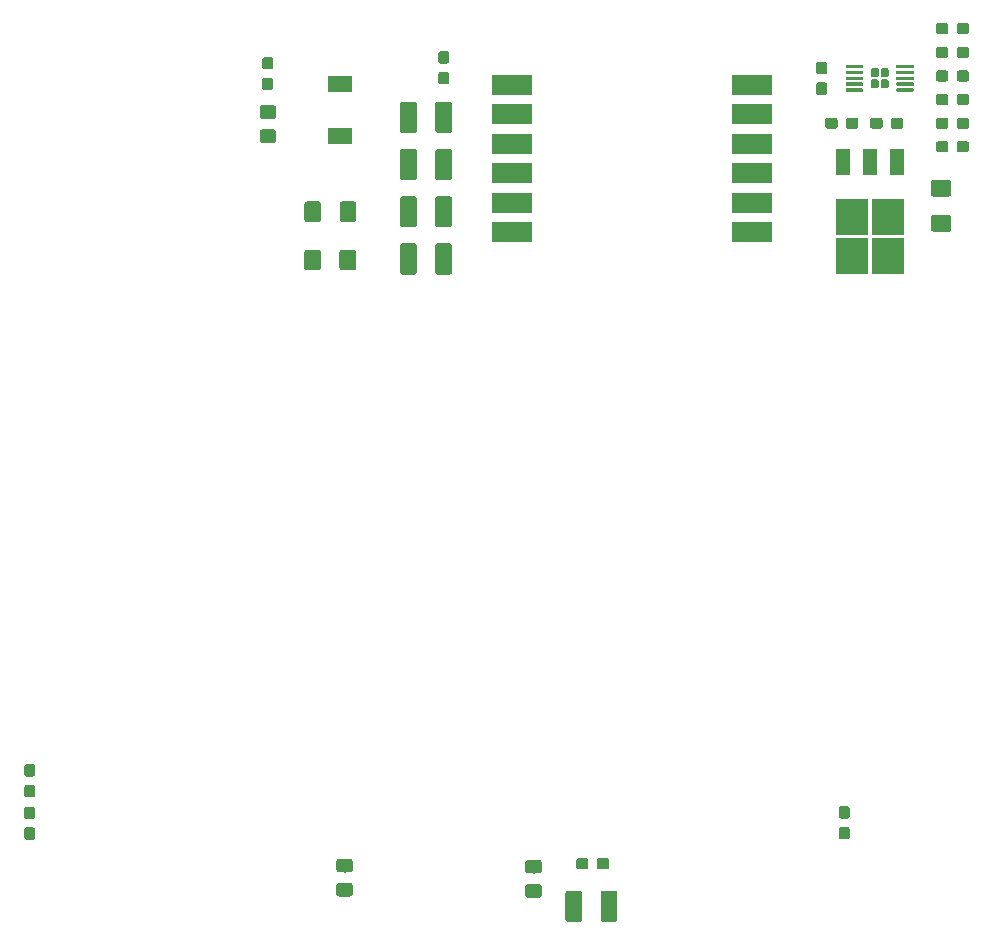
<source format=gbr>
G04 #@! TF.GenerationSoftware,KiCad,Pcbnew,(5.0.2)-1*
G04 #@! TF.CreationDate,2020-02-13T22:52:32+01:00*
G04 #@! TF.ProjectId,Nixie_Clock,4e697869-655f-4436-9c6f-636b2e6b6963,rev?*
G04 #@! TF.SameCoordinates,Original*
G04 #@! TF.FileFunction,Paste,Bot*
G04 #@! TF.FilePolarity,Positive*
%FSLAX46Y46*%
G04 Gerber Fmt 4.6, Leading zero omitted, Abs format (unit mm)*
G04 Created by KiCad (PCBNEW (5.0.2)-1) date 13.02.2020 22:52:32*
%MOMM*%
%LPD*%
G01*
G04 APERTURE LIST*
%ADD10C,0.100000*%
%ADD11C,0.950000*%
%ADD12C,1.425000*%
%ADD13C,1.150000*%
%ADD14R,2.100000X1.400000*%
%ADD15R,1.200000X2.200000*%
%ADD16R,2.750000X3.050000*%
%ADD17C,0.300000*%
%ADD18C,0.680000*%
%ADD19R,3.430000X1.790000*%
G04 APERTURE END LIST*
D10*
G04 #@! TO.C,C1*
G36*
X196560779Y-90426144D02*
X196583834Y-90429563D01*
X196606443Y-90435227D01*
X196628387Y-90443079D01*
X196649457Y-90453044D01*
X196669448Y-90465026D01*
X196688168Y-90478910D01*
X196705438Y-90494562D01*
X196721090Y-90511832D01*
X196734974Y-90530552D01*
X196746956Y-90550543D01*
X196756921Y-90571613D01*
X196764773Y-90593557D01*
X196770437Y-90616166D01*
X196773856Y-90639221D01*
X196775000Y-90662500D01*
X196775000Y-91137500D01*
X196773856Y-91160779D01*
X196770437Y-91183834D01*
X196764773Y-91206443D01*
X196756921Y-91228387D01*
X196746956Y-91249457D01*
X196734974Y-91269448D01*
X196721090Y-91288168D01*
X196705438Y-91305438D01*
X196688168Y-91321090D01*
X196669448Y-91334974D01*
X196649457Y-91346956D01*
X196628387Y-91356921D01*
X196606443Y-91364773D01*
X196583834Y-91370437D01*
X196560779Y-91373856D01*
X196537500Y-91375000D01*
X195962500Y-91375000D01*
X195939221Y-91373856D01*
X195916166Y-91370437D01*
X195893557Y-91364773D01*
X195871613Y-91356921D01*
X195850543Y-91346956D01*
X195830552Y-91334974D01*
X195811832Y-91321090D01*
X195794562Y-91305438D01*
X195778910Y-91288168D01*
X195765026Y-91269448D01*
X195753044Y-91249457D01*
X195743079Y-91228387D01*
X195735227Y-91206443D01*
X195729563Y-91183834D01*
X195726144Y-91160779D01*
X195725000Y-91137500D01*
X195725000Y-90662500D01*
X195726144Y-90639221D01*
X195729563Y-90616166D01*
X195735227Y-90593557D01*
X195743079Y-90571613D01*
X195753044Y-90550543D01*
X195765026Y-90530552D01*
X195778910Y-90511832D01*
X195794562Y-90494562D01*
X195811832Y-90478910D01*
X195830552Y-90465026D01*
X195850543Y-90453044D01*
X195871613Y-90443079D01*
X195893557Y-90435227D01*
X195916166Y-90429563D01*
X195939221Y-90426144D01*
X195962500Y-90425000D01*
X196537500Y-90425000D01*
X196560779Y-90426144D01*
X196560779Y-90426144D01*
G37*
D11*
X196250000Y-90900000D03*
D10*
G36*
X194810779Y-90426144D02*
X194833834Y-90429563D01*
X194856443Y-90435227D01*
X194878387Y-90443079D01*
X194899457Y-90453044D01*
X194919448Y-90465026D01*
X194938168Y-90478910D01*
X194955438Y-90494562D01*
X194971090Y-90511832D01*
X194984974Y-90530552D01*
X194996956Y-90550543D01*
X195006921Y-90571613D01*
X195014773Y-90593557D01*
X195020437Y-90616166D01*
X195023856Y-90639221D01*
X195025000Y-90662500D01*
X195025000Y-91137500D01*
X195023856Y-91160779D01*
X195020437Y-91183834D01*
X195014773Y-91206443D01*
X195006921Y-91228387D01*
X194996956Y-91249457D01*
X194984974Y-91269448D01*
X194971090Y-91288168D01*
X194955438Y-91305438D01*
X194938168Y-91321090D01*
X194919448Y-91334974D01*
X194899457Y-91346956D01*
X194878387Y-91356921D01*
X194856443Y-91364773D01*
X194833834Y-91370437D01*
X194810779Y-91373856D01*
X194787500Y-91375000D01*
X194212500Y-91375000D01*
X194189221Y-91373856D01*
X194166166Y-91370437D01*
X194143557Y-91364773D01*
X194121613Y-91356921D01*
X194100543Y-91346956D01*
X194080552Y-91334974D01*
X194061832Y-91321090D01*
X194044562Y-91305438D01*
X194028910Y-91288168D01*
X194015026Y-91269448D01*
X194003044Y-91249457D01*
X193993079Y-91228387D01*
X193985227Y-91206443D01*
X193979563Y-91183834D01*
X193976144Y-91160779D01*
X193975000Y-91137500D01*
X193975000Y-90662500D01*
X193976144Y-90639221D01*
X193979563Y-90616166D01*
X193985227Y-90593557D01*
X193993079Y-90571613D01*
X194003044Y-90550543D01*
X194015026Y-90530552D01*
X194028910Y-90511832D01*
X194044562Y-90494562D01*
X194061832Y-90478910D01*
X194080552Y-90465026D01*
X194100543Y-90453044D01*
X194121613Y-90443079D01*
X194143557Y-90435227D01*
X194166166Y-90429563D01*
X194189221Y-90426144D01*
X194212500Y-90425000D01*
X194787500Y-90425000D01*
X194810779Y-90426144D01*
X194810779Y-90426144D01*
G37*
D11*
X194500000Y-90900000D03*
G04 #@! TD*
D10*
G04 #@! TO.C,C2*
G36*
X149799504Y-89076204D02*
X149823773Y-89079804D01*
X149847571Y-89085765D01*
X149870671Y-89094030D01*
X149892849Y-89104520D01*
X149913893Y-89117133D01*
X149933598Y-89131747D01*
X149951777Y-89148223D01*
X149968253Y-89166402D01*
X149982867Y-89186107D01*
X149995480Y-89207151D01*
X150005970Y-89229329D01*
X150014235Y-89252429D01*
X150020196Y-89276227D01*
X150023796Y-89300496D01*
X150025000Y-89325000D01*
X150025000Y-91475000D01*
X150023796Y-91499504D01*
X150020196Y-91523773D01*
X150014235Y-91547571D01*
X150005970Y-91570671D01*
X149995480Y-91592849D01*
X149982867Y-91613893D01*
X149968253Y-91633598D01*
X149951777Y-91651777D01*
X149933598Y-91668253D01*
X149913893Y-91682867D01*
X149892849Y-91695480D01*
X149870671Y-91705970D01*
X149847571Y-91714235D01*
X149823773Y-91720196D01*
X149799504Y-91723796D01*
X149775000Y-91725000D01*
X148850000Y-91725000D01*
X148825496Y-91723796D01*
X148801227Y-91720196D01*
X148777429Y-91714235D01*
X148754329Y-91705970D01*
X148732151Y-91695480D01*
X148711107Y-91682867D01*
X148691402Y-91668253D01*
X148673223Y-91651777D01*
X148656747Y-91633598D01*
X148642133Y-91613893D01*
X148629520Y-91592849D01*
X148619030Y-91570671D01*
X148610765Y-91547571D01*
X148604804Y-91523773D01*
X148601204Y-91499504D01*
X148600000Y-91475000D01*
X148600000Y-89325000D01*
X148601204Y-89300496D01*
X148604804Y-89276227D01*
X148610765Y-89252429D01*
X148619030Y-89229329D01*
X148629520Y-89207151D01*
X148642133Y-89186107D01*
X148656747Y-89166402D01*
X148673223Y-89148223D01*
X148691402Y-89131747D01*
X148711107Y-89117133D01*
X148732151Y-89104520D01*
X148754329Y-89094030D01*
X148777429Y-89085765D01*
X148801227Y-89079804D01*
X148825496Y-89076204D01*
X148850000Y-89075000D01*
X149775000Y-89075000D01*
X149799504Y-89076204D01*
X149799504Y-89076204D01*
G37*
D12*
X149312500Y-90400000D03*
D10*
G36*
X152774504Y-89076204D02*
X152798773Y-89079804D01*
X152822571Y-89085765D01*
X152845671Y-89094030D01*
X152867849Y-89104520D01*
X152888893Y-89117133D01*
X152908598Y-89131747D01*
X152926777Y-89148223D01*
X152943253Y-89166402D01*
X152957867Y-89186107D01*
X152970480Y-89207151D01*
X152980970Y-89229329D01*
X152989235Y-89252429D01*
X152995196Y-89276227D01*
X152998796Y-89300496D01*
X153000000Y-89325000D01*
X153000000Y-91475000D01*
X152998796Y-91499504D01*
X152995196Y-91523773D01*
X152989235Y-91547571D01*
X152980970Y-91570671D01*
X152970480Y-91592849D01*
X152957867Y-91613893D01*
X152943253Y-91633598D01*
X152926777Y-91651777D01*
X152908598Y-91668253D01*
X152888893Y-91682867D01*
X152867849Y-91695480D01*
X152845671Y-91705970D01*
X152822571Y-91714235D01*
X152798773Y-91720196D01*
X152774504Y-91723796D01*
X152750000Y-91725000D01*
X151825000Y-91725000D01*
X151800496Y-91723796D01*
X151776227Y-91720196D01*
X151752429Y-91714235D01*
X151729329Y-91705970D01*
X151707151Y-91695480D01*
X151686107Y-91682867D01*
X151666402Y-91668253D01*
X151648223Y-91651777D01*
X151631747Y-91633598D01*
X151617133Y-91613893D01*
X151604520Y-91592849D01*
X151594030Y-91570671D01*
X151585765Y-91547571D01*
X151579804Y-91523773D01*
X151576204Y-91499504D01*
X151575000Y-91475000D01*
X151575000Y-89325000D01*
X151576204Y-89300496D01*
X151579804Y-89276227D01*
X151585765Y-89252429D01*
X151594030Y-89229329D01*
X151604520Y-89207151D01*
X151617133Y-89186107D01*
X151631747Y-89166402D01*
X151648223Y-89148223D01*
X151666402Y-89131747D01*
X151686107Y-89117133D01*
X151707151Y-89104520D01*
X151729329Y-89094030D01*
X151752429Y-89085765D01*
X151776227Y-89079804D01*
X151800496Y-89076204D01*
X151825000Y-89075000D01*
X152750000Y-89075000D01*
X152774504Y-89076204D01*
X152774504Y-89076204D01*
G37*
D12*
X152287500Y-90400000D03*
G04 #@! TD*
D10*
G04 #@! TO.C,C3*
G36*
X152774504Y-93076204D02*
X152798773Y-93079804D01*
X152822571Y-93085765D01*
X152845671Y-93094030D01*
X152867849Y-93104520D01*
X152888893Y-93117133D01*
X152908598Y-93131747D01*
X152926777Y-93148223D01*
X152943253Y-93166402D01*
X152957867Y-93186107D01*
X152970480Y-93207151D01*
X152980970Y-93229329D01*
X152989235Y-93252429D01*
X152995196Y-93276227D01*
X152998796Y-93300496D01*
X153000000Y-93325000D01*
X153000000Y-95475000D01*
X152998796Y-95499504D01*
X152995196Y-95523773D01*
X152989235Y-95547571D01*
X152980970Y-95570671D01*
X152970480Y-95592849D01*
X152957867Y-95613893D01*
X152943253Y-95633598D01*
X152926777Y-95651777D01*
X152908598Y-95668253D01*
X152888893Y-95682867D01*
X152867849Y-95695480D01*
X152845671Y-95705970D01*
X152822571Y-95714235D01*
X152798773Y-95720196D01*
X152774504Y-95723796D01*
X152750000Y-95725000D01*
X151825000Y-95725000D01*
X151800496Y-95723796D01*
X151776227Y-95720196D01*
X151752429Y-95714235D01*
X151729329Y-95705970D01*
X151707151Y-95695480D01*
X151686107Y-95682867D01*
X151666402Y-95668253D01*
X151648223Y-95651777D01*
X151631747Y-95633598D01*
X151617133Y-95613893D01*
X151604520Y-95592849D01*
X151594030Y-95570671D01*
X151585765Y-95547571D01*
X151579804Y-95523773D01*
X151576204Y-95499504D01*
X151575000Y-95475000D01*
X151575000Y-93325000D01*
X151576204Y-93300496D01*
X151579804Y-93276227D01*
X151585765Y-93252429D01*
X151594030Y-93229329D01*
X151604520Y-93207151D01*
X151617133Y-93186107D01*
X151631747Y-93166402D01*
X151648223Y-93148223D01*
X151666402Y-93131747D01*
X151686107Y-93117133D01*
X151707151Y-93104520D01*
X151729329Y-93094030D01*
X151752429Y-93085765D01*
X151776227Y-93079804D01*
X151800496Y-93076204D01*
X151825000Y-93075000D01*
X152750000Y-93075000D01*
X152774504Y-93076204D01*
X152774504Y-93076204D01*
G37*
D12*
X152287500Y-94400000D03*
D10*
G36*
X149799504Y-93076204D02*
X149823773Y-93079804D01*
X149847571Y-93085765D01*
X149870671Y-93094030D01*
X149892849Y-93104520D01*
X149913893Y-93117133D01*
X149933598Y-93131747D01*
X149951777Y-93148223D01*
X149968253Y-93166402D01*
X149982867Y-93186107D01*
X149995480Y-93207151D01*
X150005970Y-93229329D01*
X150014235Y-93252429D01*
X150020196Y-93276227D01*
X150023796Y-93300496D01*
X150025000Y-93325000D01*
X150025000Y-95475000D01*
X150023796Y-95499504D01*
X150020196Y-95523773D01*
X150014235Y-95547571D01*
X150005970Y-95570671D01*
X149995480Y-95592849D01*
X149982867Y-95613893D01*
X149968253Y-95633598D01*
X149951777Y-95651777D01*
X149933598Y-95668253D01*
X149913893Y-95682867D01*
X149892849Y-95695480D01*
X149870671Y-95705970D01*
X149847571Y-95714235D01*
X149823773Y-95720196D01*
X149799504Y-95723796D01*
X149775000Y-95725000D01*
X148850000Y-95725000D01*
X148825496Y-95723796D01*
X148801227Y-95720196D01*
X148777429Y-95714235D01*
X148754329Y-95705970D01*
X148732151Y-95695480D01*
X148711107Y-95682867D01*
X148691402Y-95668253D01*
X148673223Y-95651777D01*
X148656747Y-95633598D01*
X148642133Y-95613893D01*
X148629520Y-95592849D01*
X148619030Y-95570671D01*
X148610765Y-95547571D01*
X148604804Y-95523773D01*
X148601204Y-95499504D01*
X148600000Y-95475000D01*
X148600000Y-93325000D01*
X148601204Y-93300496D01*
X148604804Y-93276227D01*
X148610765Y-93252429D01*
X148619030Y-93229329D01*
X148629520Y-93207151D01*
X148642133Y-93186107D01*
X148656747Y-93166402D01*
X148673223Y-93148223D01*
X148691402Y-93131747D01*
X148711107Y-93117133D01*
X148732151Y-93104520D01*
X148754329Y-93094030D01*
X148777429Y-93085765D01*
X148801227Y-93079804D01*
X148825496Y-93076204D01*
X148850000Y-93075000D01*
X149775000Y-93075000D01*
X149799504Y-93076204D01*
X149799504Y-93076204D01*
G37*
D12*
X149312500Y-94400000D03*
G04 #@! TD*
D10*
G04 #@! TO.C,C4*
G36*
X149799504Y-97076204D02*
X149823773Y-97079804D01*
X149847571Y-97085765D01*
X149870671Y-97094030D01*
X149892849Y-97104520D01*
X149913893Y-97117133D01*
X149933598Y-97131747D01*
X149951777Y-97148223D01*
X149968253Y-97166402D01*
X149982867Y-97186107D01*
X149995480Y-97207151D01*
X150005970Y-97229329D01*
X150014235Y-97252429D01*
X150020196Y-97276227D01*
X150023796Y-97300496D01*
X150025000Y-97325000D01*
X150025000Y-99475000D01*
X150023796Y-99499504D01*
X150020196Y-99523773D01*
X150014235Y-99547571D01*
X150005970Y-99570671D01*
X149995480Y-99592849D01*
X149982867Y-99613893D01*
X149968253Y-99633598D01*
X149951777Y-99651777D01*
X149933598Y-99668253D01*
X149913893Y-99682867D01*
X149892849Y-99695480D01*
X149870671Y-99705970D01*
X149847571Y-99714235D01*
X149823773Y-99720196D01*
X149799504Y-99723796D01*
X149775000Y-99725000D01*
X148850000Y-99725000D01*
X148825496Y-99723796D01*
X148801227Y-99720196D01*
X148777429Y-99714235D01*
X148754329Y-99705970D01*
X148732151Y-99695480D01*
X148711107Y-99682867D01*
X148691402Y-99668253D01*
X148673223Y-99651777D01*
X148656747Y-99633598D01*
X148642133Y-99613893D01*
X148629520Y-99592849D01*
X148619030Y-99570671D01*
X148610765Y-99547571D01*
X148604804Y-99523773D01*
X148601204Y-99499504D01*
X148600000Y-99475000D01*
X148600000Y-97325000D01*
X148601204Y-97300496D01*
X148604804Y-97276227D01*
X148610765Y-97252429D01*
X148619030Y-97229329D01*
X148629520Y-97207151D01*
X148642133Y-97186107D01*
X148656747Y-97166402D01*
X148673223Y-97148223D01*
X148691402Y-97131747D01*
X148711107Y-97117133D01*
X148732151Y-97104520D01*
X148754329Y-97094030D01*
X148777429Y-97085765D01*
X148801227Y-97079804D01*
X148825496Y-97076204D01*
X148850000Y-97075000D01*
X149775000Y-97075000D01*
X149799504Y-97076204D01*
X149799504Y-97076204D01*
G37*
D12*
X149312500Y-98400000D03*
D10*
G36*
X152774504Y-97076204D02*
X152798773Y-97079804D01*
X152822571Y-97085765D01*
X152845671Y-97094030D01*
X152867849Y-97104520D01*
X152888893Y-97117133D01*
X152908598Y-97131747D01*
X152926777Y-97148223D01*
X152943253Y-97166402D01*
X152957867Y-97186107D01*
X152970480Y-97207151D01*
X152980970Y-97229329D01*
X152989235Y-97252429D01*
X152995196Y-97276227D01*
X152998796Y-97300496D01*
X153000000Y-97325000D01*
X153000000Y-99475000D01*
X152998796Y-99499504D01*
X152995196Y-99523773D01*
X152989235Y-99547571D01*
X152980970Y-99570671D01*
X152970480Y-99592849D01*
X152957867Y-99613893D01*
X152943253Y-99633598D01*
X152926777Y-99651777D01*
X152908598Y-99668253D01*
X152888893Y-99682867D01*
X152867849Y-99695480D01*
X152845671Y-99705970D01*
X152822571Y-99714235D01*
X152798773Y-99720196D01*
X152774504Y-99723796D01*
X152750000Y-99725000D01*
X151825000Y-99725000D01*
X151800496Y-99723796D01*
X151776227Y-99720196D01*
X151752429Y-99714235D01*
X151729329Y-99705970D01*
X151707151Y-99695480D01*
X151686107Y-99682867D01*
X151666402Y-99668253D01*
X151648223Y-99651777D01*
X151631747Y-99633598D01*
X151617133Y-99613893D01*
X151604520Y-99592849D01*
X151594030Y-99570671D01*
X151585765Y-99547571D01*
X151579804Y-99523773D01*
X151576204Y-99499504D01*
X151575000Y-99475000D01*
X151575000Y-97325000D01*
X151576204Y-97300496D01*
X151579804Y-97276227D01*
X151585765Y-97252429D01*
X151594030Y-97229329D01*
X151604520Y-97207151D01*
X151617133Y-97186107D01*
X151631747Y-97166402D01*
X151648223Y-97148223D01*
X151666402Y-97131747D01*
X151686107Y-97117133D01*
X151707151Y-97104520D01*
X151729329Y-97094030D01*
X151752429Y-97085765D01*
X151776227Y-97079804D01*
X151800496Y-97076204D01*
X151825000Y-97075000D01*
X152750000Y-97075000D01*
X152774504Y-97076204D01*
X152774504Y-97076204D01*
G37*
D12*
X152287500Y-98400000D03*
G04 #@! TD*
D10*
G04 #@! TO.C,C5*
G36*
X152774504Y-101076204D02*
X152798773Y-101079804D01*
X152822571Y-101085765D01*
X152845671Y-101094030D01*
X152867849Y-101104520D01*
X152888893Y-101117133D01*
X152908598Y-101131747D01*
X152926777Y-101148223D01*
X152943253Y-101166402D01*
X152957867Y-101186107D01*
X152970480Y-101207151D01*
X152980970Y-101229329D01*
X152989235Y-101252429D01*
X152995196Y-101276227D01*
X152998796Y-101300496D01*
X153000000Y-101325000D01*
X153000000Y-103475000D01*
X152998796Y-103499504D01*
X152995196Y-103523773D01*
X152989235Y-103547571D01*
X152980970Y-103570671D01*
X152970480Y-103592849D01*
X152957867Y-103613893D01*
X152943253Y-103633598D01*
X152926777Y-103651777D01*
X152908598Y-103668253D01*
X152888893Y-103682867D01*
X152867849Y-103695480D01*
X152845671Y-103705970D01*
X152822571Y-103714235D01*
X152798773Y-103720196D01*
X152774504Y-103723796D01*
X152750000Y-103725000D01*
X151825000Y-103725000D01*
X151800496Y-103723796D01*
X151776227Y-103720196D01*
X151752429Y-103714235D01*
X151729329Y-103705970D01*
X151707151Y-103695480D01*
X151686107Y-103682867D01*
X151666402Y-103668253D01*
X151648223Y-103651777D01*
X151631747Y-103633598D01*
X151617133Y-103613893D01*
X151604520Y-103592849D01*
X151594030Y-103570671D01*
X151585765Y-103547571D01*
X151579804Y-103523773D01*
X151576204Y-103499504D01*
X151575000Y-103475000D01*
X151575000Y-101325000D01*
X151576204Y-101300496D01*
X151579804Y-101276227D01*
X151585765Y-101252429D01*
X151594030Y-101229329D01*
X151604520Y-101207151D01*
X151617133Y-101186107D01*
X151631747Y-101166402D01*
X151648223Y-101148223D01*
X151666402Y-101131747D01*
X151686107Y-101117133D01*
X151707151Y-101104520D01*
X151729329Y-101094030D01*
X151752429Y-101085765D01*
X151776227Y-101079804D01*
X151800496Y-101076204D01*
X151825000Y-101075000D01*
X152750000Y-101075000D01*
X152774504Y-101076204D01*
X152774504Y-101076204D01*
G37*
D12*
X152287500Y-102400000D03*
D10*
G36*
X149799504Y-101076204D02*
X149823773Y-101079804D01*
X149847571Y-101085765D01*
X149870671Y-101094030D01*
X149892849Y-101104520D01*
X149913893Y-101117133D01*
X149933598Y-101131747D01*
X149951777Y-101148223D01*
X149968253Y-101166402D01*
X149982867Y-101186107D01*
X149995480Y-101207151D01*
X150005970Y-101229329D01*
X150014235Y-101252429D01*
X150020196Y-101276227D01*
X150023796Y-101300496D01*
X150025000Y-101325000D01*
X150025000Y-103475000D01*
X150023796Y-103499504D01*
X150020196Y-103523773D01*
X150014235Y-103547571D01*
X150005970Y-103570671D01*
X149995480Y-103592849D01*
X149982867Y-103613893D01*
X149968253Y-103633598D01*
X149951777Y-103651777D01*
X149933598Y-103668253D01*
X149913893Y-103682867D01*
X149892849Y-103695480D01*
X149870671Y-103705970D01*
X149847571Y-103714235D01*
X149823773Y-103720196D01*
X149799504Y-103723796D01*
X149775000Y-103725000D01*
X148850000Y-103725000D01*
X148825496Y-103723796D01*
X148801227Y-103720196D01*
X148777429Y-103714235D01*
X148754329Y-103705970D01*
X148732151Y-103695480D01*
X148711107Y-103682867D01*
X148691402Y-103668253D01*
X148673223Y-103651777D01*
X148656747Y-103633598D01*
X148642133Y-103613893D01*
X148629520Y-103592849D01*
X148619030Y-103570671D01*
X148610765Y-103547571D01*
X148604804Y-103523773D01*
X148601204Y-103499504D01*
X148600000Y-103475000D01*
X148600000Y-101325000D01*
X148601204Y-101300496D01*
X148604804Y-101276227D01*
X148610765Y-101252429D01*
X148619030Y-101229329D01*
X148629520Y-101207151D01*
X148642133Y-101186107D01*
X148656747Y-101166402D01*
X148673223Y-101148223D01*
X148691402Y-101131747D01*
X148711107Y-101117133D01*
X148732151Y-101104520D01*
X148754329Y-101094030D01*
X148777429Y-101085765D01*
X148801227Y-101079804D01*
X148825496Y-101076204D01*
X148850000Y-101075000D01*
X149775000Y-101075000D01*
X149799504Y-101076204D01*
X149799504Y-101076204D01*
G37*
D12*
X149312500Y-102400000D03*
G04 #@! TD*
D10*
G04 #@! TO.C,C6*
G36*
X144674504Y-97526204D02*
X144698773Y-97529804D01*
X144722571Y-97535765D01*
X144745671Y-97544030D01*
X144767849Y-97554520D01*
X144788893Y-97567133D01*
X144808598Y-97581747D01*
X144826777Y-97598223D01*
X144843253Y-97616402D01*
X144857867Y-97636107D01*
X144870480Y-97657151D01*
X144880970Y-97679329D01*
X144889235Y-97702429D01*
X144895196Y-97726227D01*
X144898796Y-97750496D01*
X144900000Y-97775000D01*
X144900000Y-99025000D01*
X144898796Y-99049504D01*
X144895196Y-99073773D01*
X144889235Y-99097571D01*
X144880970Y-99120671D01*
X144870480Y-99142849D01*
X144857867Y-99163893D01*
X144843253Y-99183598D01*
X144826777Y-99201777D01*
X144808598Y-99218253D01*
X144788893Y-99232867D01*
X144767849Y-99245480D01*
X144745671Y-99255970D01*
X144722571Y-99264235D01*
X144698773Y-99270196D01*
X144674504Y-99273796D01*
X144650000Y-99275000D01*
X143725000Y-99275000D01*
X143700496Y-99273796D01*
X143676227Y-99270196D01*
X143652429Y-99264235D01*
X143629329Y-99255970D01*
X143607151Y-99245480D01*
X143586107Y-99232867D01*
X143566402Y-99218253D01*
X143548223Y-99201777D01*
X143531747Y-99183598D01*
X143517133Y-99163893D01*
X143504520Y-99142849D01*
X143494030Y-99120671D01*
X143485765Y-99097571D01*
X143479804Y-99073773D01*
X143476204Y-99049504D01*
X143475000Y-99025000D01*
X143475000Y-97775000D01*
X143476204Y-97750496D01*
X143479804Y-97726227D01*
X143485765Y-97702429D01*
X143494030Y-97679329D01*
X143504520Y-97657151D01*
X143517133Y-97636107D01*
X143531747Y-97616402D01*
X143548223Y-97598223D01*
X143566402Y-97581747D01*
X143586107Y-97567133D01*
X143607151Y-97554520D01*
X143629329Y-97544030D01*
X143652429Y-97535765D01*
X143676227Y-97529804D01*
X143700496Y-97526204D01*
X143725000Y-97525000D01*
X144650000Y-97525000D01*
X144674504Y-97526204D01*
X144674504Y-97526204D01*
G37*
D12*
X144187500Y-98400000D03*
D10*
G36*
X141699504Y-97526204D02*
X141723773Y-97529804D01*
X141747571Y-97535765D01*
X141770671Y-97544030D01*
X141792849Y-97554520D01*
X141813893Y-97567133D01*
X141833598Y-97581747D01*
X141851777Y-97598223D01*
X141868253Y-97616402D01*
X141882867Y-97636107D01*
X141895480Y-97657151D01*
X141905970Y-97679329D01*
X141914235Y-97702429D01*
X141920196Y-97726227D01*
X141923796Y-97750496D01*
X141925000Y-97775000D01*
X141925000Y-99025000D01*
X141923796Y-99049504D01*
X141920196Y-99073773D01*
X141914235Y-99097571D01*
X141905970Y-99120671D01*
X141895480Y-99142849D01*
X141882867Y-99163893D01*
X141868253Y-99183598D01*
X141851777Y-99201777D01*
X141833598Y-99218253D01*
X141813893Y-99232867D01*
X141792849Y-99245480D01*
X141770671Y-99255970D01*
X141747571Y-99264235D01*
X141723773Y-99270196D01*
X141699504Y-99273796D01*
X141675000Y-99275000D01*
X140750000Y-99275000D01*
X140725496Y-99273796D01*
X140701227Y-99270196D01*
X140677429Y-99264235D01*
X140654329Y-99255970D01*
X140632151Y-99245480D01*
X140611107Y-99232867D01*
X140591402Y-99218253D01*
X140573223Y-99201777D01*
X140556747Y-99183598D01*
X140542133Y-99163893D01*
X140529520Y-99142849D01*
X140519030Y-99120671D01*
X140510765Y-99097571D01*
X140504804Y-99073773D01*
X140501204Y-99049504D01*
X140500000Y-99025000D01*
X140500000Y-97775000D01*
X140501204Y-97750496D01*
X140504804Y-97726227D01*
X140510765Y-97702429D01*
X140519030Y-97679329D01*
X140529520Y-97657151D01*
X140542133Y-97636107D01*
X140556747Y-97616402D01*
X140573223Y-97598223D01*
X140591402Y-97581747D01*
X140611107Y-97567133D01*
X140632151Y-97554520D01*
X140654329Y-97544030D01*
X140677429Y-97535765D01*
X140701227Y-97529804D01*
X140725496Y-97526204D01*
X140750000Y-97525000D01*
X141675000Y-97525000D01*
X141699504Y-97526204D01*
X141699504Y-97526204D01*
G37*
D12*
X141212500Y-98400000D03*
G04 #@! TD*
D10*
G04 #@! TO.C,C7*
G36*
X141686241Y-101617029D02*
X141710510Y-101620629D01*
X141734308Y-101626590D01*
X141757408Y-101634855D01*
X141779586Y-101645345D01*
X141800630Y-101657958D01*
X141820335Y-101672572D01*
X141838514Y-101689048D01*
X141854990Y-101707227D01*
X141869604Y-101726932D01*
X141882217Y-101747976D01*
X141892707Y-101770154D01*
X141900972Y-101793254D01*
X141906933Y-101817052D01*
X141910533Y-101841321D01*
X141911737Y-101865825D01*
X141911737Y-103115825D01*
X141910533Y-103140329D01*
X141906933Y-103164598D01*
X141900972Y-103188396D01*
X141892707Y-103211496D01*
X141882217Y-103233674D01*
X141869604Y-103254718D01*
X141854990Y-103274423D01*
X141838514Y-103292602D01*
X141820335Y-103309078D01*
X141800630Y-103323692D01*
X141779586Y-103336305D01*
X141757408Y-103346795D01*
X141734308Y-103355060D01*
X141710510Y-103361021D01*
X141686241Y-103364621D01*
X141661737Y-103365825D01*
X140736737Y-103365825D01*
X140712233Y-103364621D01*
X140687964Y-103361021D01*
X140664166Y-103355060D01*
X140641066Y-103346795D01*
X140618888Y-103336305D01*
X140597844Y-103323692D01*
X140578139Y-103309078D01*
X140559960Y-103292602D01*
X140543484Y-103274423D01*
X140528870Y-103254718D01*
X140516257Y-103233674D01*
X140505767Y-103211496D01*
X140497502Y-103188396D01*
X140491541Y-103164598D01*
X140487941Y-103140329D01*
X140486737Y-103115825D01*
X140486737Y-101865825D01*
X140487941Y-101841321D01*
X140491541Y-101817052D01*
X140497502Y-101793254D01*
X140505767Y-101770154D01*
X140516257Y-101747976D01*
X140528870Y-101726932D01*
X140543484Y-101707227D01*
X140559960Y-101689048D01*
X140578139Y-101672572D01*
X140597844Y-101657958D01*
X140618888Y-101645345D01*
X140641066Y-101634855D01*
X140664166Y-101626590D01*
X140687964Y-101620629D01*
X140712233Y-101617029D01*
X140736737Y-101615825D01*
X141661737Y-101615825D01*
X141686241Y-101617029D01*
X141686241Y-101617029D01*
G37*
D12*
X141199237Y-102490825D03*
D10*
G36*
X144661241Y-101617029D02*
X144685510Y-101620629D01*
X144709308Y-101626590D01*
X144732408Y-101634855D01*
X144754586Y-101645345D01*
X144775630Y-101657958D01*
X144795335Y-101672572D01*
X144813514Y-101689048D01*
X144829990Y-101707227D01*
X144844604Y-101726932D01*
X144857217Y-101747976D01*
X144867707Y-101770154D01*
X144875972Y-101793254D01*
X144881933Y-101817052D01*
X144885533Y-101841321D01*
X144886737Y-101865825D01*
X144886737Y-103115825D01*
X144885533Y-103140329D01*
X144881933Y-103164598D01*
X144875972Y-103188396D01*
X144867707Y-103211496D01*
X144857217Y-103233674D01*
X144844604Y-103254718D01*
X144829990Y-103274423D01*
X144813514Y-103292602D01*
X144795335Y-103309078D01*
X144775630Y-103323692D01*
X144754586Y-103336305D01*
X144732408Y-103346795D01*
X144709308Y-103355060D01*
X144685510Y-103361021D01*
X144661241Y-103364621D01*
X144636737Y-103365825D01*
X143711737Y-103365825D01*
X143687233Y-103364621D01*
X143662964Y-103361021D01*
X143639166Y-103355060D01*
X143616066Y-103346795D01*
X143593888Y-103336305D01*
X143572844Y-103323692D01*
X143553139Y-103309078D01*
X143534960Y-103292602D01*
X143518484Y-103274423D01*
X143503870Y-103254718D01*
X143491257Y-103233674D01*
X143480767Y-103211496D01*
X143472502Y-103188396D01*
X143466541Y-103164598D01*
X143462941Y-103140329D01*
X143461737Y-103115825D01*
X143461737Y-101865825D01*
X143462941Y-101841321D01*
X143466541Y-101817052D01*
X143472502Y-101793254D01*
X143480767Y-101770154D01*
X143491257Y-101747976D01*
X143503870Y-101726932D01*
X143518484Y-101707227D01*
X143534960Y-101689048D01*
X143553139Y-101672572D01*
X143572844Y-101657958D01*
X143593888Y-101645345D01*
X143616066Y-101634855D01*
X143639166Y-101626590D01*
X143662964Y-101620629D01*
X143687233Y-101617029D01*
X143711737Y-101615825D01*
X144636737Y-101615825D01*
X144661241Y-101617029D01*
X144661241Y-101617029D01*
G37*
D12*
X144174237Y-102490825D03*
G04 #@! TD*
D10*
G04 #@! TO.C,C8*
G36*
X187185779Y-90426144D02*
X187208834Y-90429563D01*
X187231443Y-90435227D01*
X187253387Y-90443079D01*
X187274457Y-90453044D01*
X187294448Y-90465026D01*
X187313168Y-90478910D01*
X187330438Y-90494562D01*
X187346090Y-90511832D01*
X187359974Y-90530552D01*
X187371956Y-90550543D01*
X187381921Y-90571613D01*
X187389773Y-90593557D01*
X187395437Y-90616166D01*
X187398856Y-90639221D01*
X187400000Y-90662500D01*
X187400000Y-91137500D01*
X187398856Y-91160779D01*
X187395437Y-91183834D01*
X187389773Y-91206443D01*
X187381921Y-91228387D01*
X187371956Y-91249457D01*
X187359974Y-91269448D01*
X187346090Y-91288168D01*
X187330438Y-91305438D01*
X187313168Y-91321090D01*
X187294448Y-91334974D01*
X187274457Y-91346956D01*
X187253387Y-91356921D01*
X187231443Y-91364773D01*
X187208834Y-91370437D01*
X187185779Y-91373856D01*
X187162500Y-91375000D01*
X186587500Y-91375000D01*
X186564221Y-91373856D01*
X186541166Y-91370437D01*
X186518557Y-91364773D01*
X186496613Y-91356921D01*
X186475543Y-91346956D01*
X186455552Y-91334974D01*
X186436832Y-91321090D01*
X186419562Y-91305438D01*
X186403910Y-91288168D01*
X186390026Y-91269448D01*
X186378044Y-91249457D01*
X186368079Y-91228387D01*
X186360227Y-91206443D01*
X186354563Y-91183834D01*
X186351144Y-91160779D01*
X186350000Y-91137500D01*
X186350000Y-90662500D01*
X186351144Y-90639221D01*
X186354563Y-90616166D01*
X186360227Y-90593557D01*
X186368079Y-90571613D01*
X186378044Y-90550543D01*
X186390026Y-90530552D01*
X186403910Y-90511832D01*
X186419562Y-90494562D01*
X186436832Y-90478910D01*
X186455552Y-90465026D01*
X186475543Y-90453044D01*
X186496613Y-90443079D01*
X186518557Y-90435227D01*
X186541166Y-90429563D01*
X186564221Y-90426144D01*
X186587500Y-90425000D01*
X187162500Y-90425000D01*
X187185779Y-90426144D01*
X187185779Y-90426144D01*
G37*
D11*
X186875000Y-90900000D03*
D10*
G36*
X185435779Y-90426144D02*
X185458834Y-90429563D01*
X185481443Y-90435227D01*
X185503387Y-90443079D01*
X185524457Y-90453044D01*
X185544448Y-90465026D01*
X185563168Y-90478910D01*
X185580438Y-90494562D01*
X185596090Y-90511832D01*
X185609974Y-90530552D01*
X185621956Y-90550543D01*
X185631921Y-90571613D01*
X185639773Y-90593557D01*
X185645437Y-90616166D01*
X185648856Y-90639221D01*
X185650000Y-90662500D01*
X185650000Y-91137500D01*
X185648856Y-91160779D01*
X185645437Y-91183834D01*
X185639773Y-91206443D01*
X185631921Y-91228387D01*
X185621956Y-91249457D01*
X185609974Y-91269448D01*
X185596090Y-91288168D01*
X185580438Y-91305438D01*
X185563168Y-91321090D01*
X185544448Y-91334974D01*
X185524457Y-91346956D01*
X185503387Y-91356921D01*
X185481443Y-91364773D01*
X185458834Y-91370437D01*
X185435779Y-91373856D01*
X185412500Y-91375000D01*
X184837500Y-91375000D01*
X184814221Y-91373856D01*
X184791166Y-91370437D01*
X184768557Y-91364773D01*
X184746613Y-91356921D01*
X184725543Y-91346956D01*
X184705552Y-91334974D01*
X184686832Y-91321090D01*
X184669562Y-91305438D01*
X184653910Y-91288168D01*
X184640026Y-91269448D01*
X184628044Y-91249457D01*
X184618079Y-91228387D01*
X184610227Y-91206443D01*
X184604563Y-91183834D01*
X184601144Y-91160779D01*
X184600000Y-91137500D01*
X184600000Y-90662500D01*
X184601144Y-90639221D01*
X184604563Y-90616166D01*
X184610227Y-90593557D01*
X184618079Y-90571613D01*
X184628044Y-90550543D01*
X184640026Y-90530552D01*
X184653910Y-90511832D01*
X184669562Y-90494562D01*
X184686832Y-90478910D01*
X184705552Y-90465026D01*
X184725543Y-90453044D01*
X184746613Y-90443079D01*
X184768557Y-90435227D01*
X184791166Y-90429563D01*
X184814221Y-90426144D01*
X184837500Y-90425000D01*
X185412500Y-90425000D01*
X185435779Y-90426144D01*
X185435779Y-90426144D01*
G37*
D11*
X185125000Y-90900000D03*
G04 #@! TD*
D10*
G04 #@! TO.C,C9*
G36*
X194810779Y-86426144D02*
X194833834Y-86429563D01*
X194856443Y-86435227D01*
X194878387Y-86443079D01*
X194899457Y-86453044D01*
X194919448Y-86465026D01*
X194938168Y-86478910D01*
X194955438Y-86494562D01*
X194971090Y-86511832D01*
X194984974Y-86530552D01*
X194996956Y-86550543D01*
X195006921Y-86571613D01*
X195014773Y-86593557D01*
X195020437Y-86616166D01*
X195023856Y-86639221D01*
X195025000Y-86662500D01*
X195025000Y-87137500D01*
X195023856Y-87160779D01*
X195020437Y-87183834D01*
X195014773Y-87206443D01*
X195006921Y-87228387D01*
X194996956Y-87249457D01*
X194984974Y-87269448D01*
X194971090Y-87288168D01*
X194955438Y-87305438D01*
X194938168Y-87321090D01*
X194919448Y-87334974D01*
X194899457Y-87346956D01*
X194878387Y-87356921D01*
X194856443Y-87364773D01*
X194833834Y-87370437D01*
X194810779Y-87373856D01*
X194787500Y-87375000D01*
X194212500Y-87375000D01*
X194189221Y-87373856D01*
X194166166Y-87370437D01*
X194143557Y-87364773D01*
X194121613Y-87356921D01*
X194100543Y-87346956D01*
X194080552Y-87334974D01*
X194061832Y-87321090D01*
X194044562Y-87305438D01*
X194028910Y-87288168D01*
X194015026Y-87269448D01*
X194003044Y-87249457D01*
X193993079Y-87228387D01*
X193985227Y-87206443D01*
X193979563Y-87183834D01*
X193976144Y-87160779D01*
X193975000Y-87137500D01*
X193975000Y-86662500D01*
X193976144Y-86639221D01*
X193979563Y-86616166D01*
X193985227Y-86593557D01*
X193993079Y-86571613D01*
X194003044Y-86550543D01*
X194015026Y-86530552D01*
X194028910Y-86511832D01*
X194044562Y-86494562D01*
X194061832Y-86478910D01*
X194080552Y-86465026D01*
X194100543Y-86453044D01*
X194121613Y-86443079D01*
X194143557Y-86435227D01*
X194166166Y-86429563D01*
X194189221Y-86426144D01*
X194212500Y-86425000D01*
X194787500Y-86425000D01*
X194810779Y-86426144D01*
X194810779Y-86426144D01*
G37*
D11*
X194500000Y-86900000D03*
D10*
G36*
X196560779Y-86426144D02*
X196583834Y-86429563D01*
X196606443Y-86435227D01*
X196628387Y-86443079D01*
X196649457Y-86453044D01*
X196669448Y-86465026D01*
X196688168Y-86478910D01*
X196705438Y-86494562D01*
X196721090Y-86511832D01*
X196734974Y-86530552D01*
X196746956Y-86550543D01*
X196756921Y-86571613D01*
X196764773Y-86593557D01*
X196770437Y-86616166D01*
X196773856Y-86639221D01*
X196775000Y-86662500D01*
X196775000Y-87137500D01*
X196773856Y-87160779D01*
X196770437Y-87183834D01*
X196764773Y-87206443D01*
X196756921Y-87228387D01*
X196746956Y-87249457D01*
X196734974Y-87269448D01*
X196721090Y-87288168D01*
X196705438Y-87305438D01*
X196688168Y-87321090D01*
X196669448Y-87334974D01*
X196649457Y-87346956D01*
X196628387Y-87356921D01*
X196606443Y-87364773D01*
X196583834Y-87370437D01*
X196560779Y-87373856D01*
X196537500Y-87375000D01*
X195962500Y-87375000D01*
X195939221Y-87373856D01*
X195916166Y-87370437D01*
X195893557Y-87364773D01*
X195871613Y-87356921D01*
X195850543Y-87346956D01*
X195830552Y-87334974D01*
X195811832Y-87321090D01*
X195794562Y-87305438D01*
X195778910Y-87288168D01*
X195765026Y-87269448D01*
X195753044Y-87249457D01*
X195743079Y-87228387D01*
X195735227Y-87206443D01*
X195729563Y-87183834D01*
X195726144Y-87160779D01*
X195725000Y-87137500D01*
X195725000Y-86662500D01*
X195726144Y-86639221D01*
X195729563Y-86616166D01*
X195735227Y-86593557D01*
X195743079Y-86571613D01*
X195753044Y-86550543D01*
X195765026Y-86530552D01*
X195778910Y-86511832D01*
X195794562Y-86494562D01*
X195811832Y-86478910D01*
X195830552Y-86465026D01*
X195850543Y-86453044D01*
X195871613Y-86443079D01*
X195893557Y-86435227D01*
X195916166Y-86429563D01*
X195939221Y-86426144D01*
X195962500Y-86425000D01*
X196537500Y-86425000D01*
X196560779Y-86426144D01*
X196560779Y-86426144D01*
G37*
D11*
X196250000Y-86900000D03*
G04 #@! TD*
D10*
G04 #@! TO.C,C10*
G36*
X196560779Y-82426144D02*
X196583834Y-82429563D01*
X196606443Y-82435227D01*
X196628387Y-82443079D01*
X196649457Y-82453044D01*
X196669448Y-82465026D01*
X196688168Y-82478910D01*
X196705438Y-82494562D01*
X196721090Y-82511832D01*
X196734974Y-82530552D01*
X196746956Y-82550543D01*
X196756921Y-82571613D01*
X196764773Y-82593557D01*
X196770437Y-82616166D01*
X196773856Y-82639221D01*
X196775000Y-82662500D01*
X196775000Y-83137500D01*
X196773856Y-83160779D01*
X196770437Y-83183834D01*
X196764773Y-83206443D01*
X196756921Y-83228387D01*
X196746956Y-83249457D01*
X196734974Y-83269448D01*
X196721090Y-83288168D01*
X196705438Y-83305438D01*
X196688168Y-83321090D01*
X196669448Y-83334974D01*
X196649457Y-83346956D01*
X196628387Y-83356921D01*
X196606443Y-83364773D01*
X196583834Y-83370437D01*
X196560779Y-83373856D01*
X196537500Y-83375000D01*
X195962500Y-83375000D01*
X195939221Y-83373856D01*
X195916166Y-83370437D01*
X195893557Y-83364773D01*
X195871613Y-83356921D01*
X195850543Y-83346956D01*
X195830552Y-83334974D01*
X195811832Y-83321090D01*
X195794562Y-83305438D01*
X195778910Y-83288168D01*
X195765026Y-83269448D01*
X195753044Y-83249457D01*
X195743079Y-83228387D01*
X195735227Y-83206443D01*
X195729563Y-83183834D01*
X195726144Y-83160779D01*
X195725000Y-83137500D01*
X195725000Y-82662500D01*
X195726144Y-82639221D01*
X195729563Y-82616166D01*
X195735227Y-82593557D01*
X195743079Y-82571613D01*
X195753044Y-82550543D01*
X195765026Y-82530552D01*
X195778910Y-82511832D01*
X195794562Y-82494562D01*
X195811832Y-82478910D01*
X195830552Y-82465026D01*
X195850543Y-82453044D01*
X195871613Y-82443079D01*
X195893557Y-82435227D01*
X195916166Y-82429563D01*
X195939221Y-82426144D01*
X195962500Y-82425000D01*
X196537500Y-82425000D01*
X196560779Y-82426144D01*
X196560779Y-82426144D01*
G37*
D11*
X196250000Y-82900000D03*
D10*
G36*
X194810779Y-82426144D02*
X194833834Y-82429563D01*
X194856443Y-82435227D01*
X194878387Y-82443079D01*
X194899457Y-82453044D01*
X194919448Y-82465026D01*
X194938168Y-82478910D01*
X194955438Y-82494562D01*
X194971090Y-82511832D01*
X194984974Y-82530552D01*
X194996956Y-82550543D01*
X195006921Y-82571613D01*
X195014773Y-82593557D01*
X195020437Y-82616166D01*
X195023856Y-82639221D01*
X195025000Y-82662500D01*
X195025000Y-83137500D01*
X195023856Y-83160779D01*
X195020437Y-83183834D01*
X195014773Y-83206443D01*
X195006921Y-83228387D01*
X194996956Y-83249457D01*
X194984974Y-83269448D01*
X194971090Y-83288168D01*
X194955438Y-83305438D01*
X194938168Y-83321090D01*
X194919448Y-83334974D01*
X194899457Y-83346956D01*
X194878387Y-83356921D01*
X194856443Y-83364773D01*
X194833834Y-83370437D01*
X194810779Y-83373856D01*
X194787500Y-83375000D01*
X194212500Y-83375000D01*
X194189221Y-83373856D01*
X194166166Y-83370437D01*
X194143557Y-83364773D01*
X194121613Y-83356921D01*
X194100543Y-83346956D01*
X194080552Y-83334974D01*
X194061832Y-83321090D01*
X194044562Y-83305438D01*
X194028910Y-83288168D01*
X194015026Y-83269448D01*
X194003044Y-83249457D01*
X193993079Y-83228387D01*
X193985227Y-83206443D01*
X193979563Y-83183834D01*
X193976144Y-83160779D01*
X193975000Y-83137500D01*
X193975000Y-82662500D01*
X193976144Y-82639221D01*
X193979563Y-82616166D01*
X193985227Y-82593557D01*
X193993079Y-82571613D01*
X194003044Y-82550543D01*
X194015026Y-82530552D01*
X194028910Y-82511832D01*
X194044562Y-82494562D01*
X194061832Y-82478910D01*
X194080552Y-82465026D01*
X194100543Y-82453044D01*
X194121613Y-82443079D01*
X194143557Y-82435227D01*
X194166166Y-82429563D01*
X194189221Y-82426144D01*
X194212500Y-82425000D01*
X194787500Y-82425000D01*
X194810779Y-82426144D01*
X194810779Y-82426144D01*
G37*
D11*
X194500000Y-82900000D03*
G04 #@! TD*
D10*
G04 #@! TO.C,C11*
G36*
X184560779Y-87451144D02*
X184583834Y-87454563D01*
X184606443Y-87460227D01*
X184628387Y-87468079D01*
X184649457Y-87478044D01*
X184669448Y-87490026D01*
X184688168Y-87503910D01*
X184705438Y-87519562D01*
X184721090Y-87536832D01*
X184734974Y-87555552D01*
X184746956Y-87575543D01*
X184756921Y-87596613D01*
X184764773Y-87618557D01*
X184770437Y-87641166D01*
X184773856Y-87664221D01*
X184775000Y-87687500D01*
X184775000Y-88262500D01*
X184773856Y-88285779D01*
X184770437Y-88308834D01*
X184764773Y-88331443D01*
X184756921Y-88353387D01*
X184746956Y-88374457D01*
X184734974Y-88394448D01*
X184721090Y-88413168D01*
X184705438Y-88430438D01*
X184688168Y-88446090D01*
X184669448Y-88459974D01*
X184649457Y-88471956D01*
X184628387Y-88481921D01*
X184606443Y-88489773D01*
X184583834Y-88495437D01*
X184560779Y-88498856D01*
X184537500Y-88500000D01*
X184062500Y-88500000D01*
X184039221Y-88498856D01*
X184016166Y-88495437D01*
X183993557Y-88489773D01*
X183971613Y-88481921D01*
X183950543Y-88471956D01*
X183930552Y-88459974D01*
X183911832Y-88446090D01*
X183894562Y-88430438D01*
X183878910Y-88413168D01*
X183865026Y-88394448D01*
X183853044Y-88374457D01*
X183843079Y-88353387D01*
X183835227Y-88331443D01*
X183829563Y-88308834D01*
X183826144Y-88285779D01*
X183825000Y-88262500D01*
X183825000Y-87687500D01*
X183826144Y-87664221D01*
X183829563Y-87641166D01*
X183835227Y-87618557D01*
X183843079Y-87596613D01*
X183853044Y-87575543D01*
X183865026Y-87555552D01*
X183878910Y-87536832D01*
X183894562Y-87519562D01*
X183911832Y-87503910D01*
X183930552Y-87490026D01*
X183950543Y-87478044D01*
X183971613Y-87468079D01*
X183993557Y-87460227D01*
X184016166Y-87454563D01*
X184039221Y-87451144D01*
X184062500Y-87450000D01*
X184537500Y-87450000D01*
X184560779Y-87451144D01*
X184560779Y-87451144D01*
G37*
D11*
X184300000Y-87975000D03*
D10*
G36*
X184560779Y-85701144D02*
X184583834Y-85704563D01*
X184606443Y-85710227D01*
X184628387Y-85718079D01*
X184649457Y-85728044D01*
X184669448Y-85740026D01*
X184688168Y-85753910D01*
X184705438Y-85769562D01*
X184721090Y-85786832D01*
X184734974Y-85805552D01*
X184746956Y-85825543D01*
X184756921Y-85846613D01*
X184764773Y-85868557D01*
X184770437Y-85891166D01*
X184773856Y-85914221D01*
X184775000Y-85937500D01*
X184775000Y-86512500D01*
X184773856Y-86535779D01*
X184770437Y-86558834D01*
X184764773Y-86581443D01*
X184756921Y-86603387D01*
X184746956Y-86624457D01*
X184734974Y-86644448D01*
X184721090Y-86663168D01*
X184705438Y-86680438D01*
X184688168Y-86696090D01*
X184669448Y-86709974D01*
X184649457Y-86721956D01*
X184628387Y-86731921D01*
X184606443Y-86739773D01*
X184583834Y-86745437D01*
X184560779Y-86748856D01*
X184537500Y-86750000D01*
X184062500Y-86750000D01*
X184039221Y-86748856D01*
X184016166Y-86745437D01*
X183993557Y-86739773D01*
X183971613Y-86731921D01*
X183950543Y-86721956D01*
X183930552Y-86709974D01*
X183911832Y-86696090D01*
X183894562Y-86680438D01*
X183878910Y-86663168D01*
X183865026Y-86644448D01*
X183853044Y-86624457D01*
X183843079Y-86603387D01*
X183835227Y-86581443D01*
X183829563Y-86558834D01*
X183826144Y-86535779D01*
X183825000Y-86512500D01*
X183825000Y-85937500D01*
X183826144Y-85914221D01*
X183829563Y-85891166D01*
X183835227Y-85868557D01*
X183843079Y-85846613D01*
X183853044Y-85825543D01*
X183865026Y-85805552D01*
X183878910Y-85786832D01*
X183894562Y-85769562D01*
X183911832Y-85753910D01*
X183930552Y-85740026D01*
X183950543Y-85728044D01*
X183971613Y-85718079D01*
X183993557Y-85710227D01*
X184016166Y-85704563D01*
X184039221Y-85701144D01*
X184062500Y-85700000D01*
X184537500Y-85700000D01*
X184560779Y-85701144D01*
X184560779Y-85701144D01*
G37*
D11*
X184300000Y-86225000D03*
G04 #@! TD*
D10*
G04 #@! TO.C,C12*
G36*
X166085779Y-153126144D02*
X166108834Y-153129563D01*
X166131443Y-153135227D01*
X166153387Y-153143079D01*
X166174457Y-153153044D01*
X166194448Y-153165026D01*
X166213168Y-153178910D01*
X166230438Y-153194562D01*
X166246090Y-153211832D01*
X166259974Y-153230552D01*
X166271956Y-153250543D01*
X166281921Y-153271613D01*
X166289773Y-153293557D01*
X166295437Y-153316166D01*
X166298856Y-153339221D01*
X166300000Y-153362500D01*
X166300000Y-153837500D01*
X166298856Y-153860779D01*
X166295437Y-153883834D01*
X166289773Y-153906443D01*
X166281921Y-153928387D01*
X166271956Y-153949457D01*
X166259974Y-153969448D01*
X166246090Y-153988168D01*
X166230438Y-154005438D01*
X166213168Y-154021090D01*
X166194448Y-154034974D01*
X166174457Y-154046956D01*
X166153387Y-154056921D01*
X166131443Y-154064773D01*
X166108834Y-154070437D01*
X166085779Y-154073856D01*
X166062500Y-154075000D01*
X165487500Y-154075000D01*
X165464221Y-154073856D01*
X165441166Y-154070437D01*
X165418557Y-154064773D01*
X165396613Y-154056921D01*
X165375543Y-154046956D01*
X165355552Y-154034974D01*
X165336832Y-154021090D01*
X165319562Y-154005438D01*
X165303910Y-153988168D01*
X165290026Y-153969448D01*
X165278044Y-153949457D01*
X165268079Y-153928387D01*
X165260227Y-153906443D01*
X165254563Y-153883834D01*
X165251144Y-153860779D01*
X165250000Y-153837500D01*
X165250000Y-153362500D01*
X165251144Y-153339221D01*
X165254563Y-153316166D01*
X165260227Y-153293557D01*
X165268079Y-153271613D01*
X165278044Y-153250543D01*
X165290026Y-153230552D01*
X165303910Y-153211832D01*
X165319562Y-153194562D01*
X165336832Y-153178910D01*
X165355552Y-153165026D01*
X165375543Y-153153044D01*
X165396613Y-153143079D01*
X165418557Y-153135227D01*
X165441166Y-153129563D01*
X165464221Y-153126144D01*
X165487500Y-153125000D01*
X166062500Y-153125000D01*
X166085779Y-153126144D01*
X166085779Y-153126144D01*
G37*
D11*
X165775000Y-153600000D03*
D10*
G36*
X164335779Y-153126144D02*
X164358834Y-153129563D01*
X164381443Y-153135227D01*
X164403387Y-153143079D01*
X164424457Y-153153044D01*
X164444448Y-153165026D01*
X164463168Y-153178910D01*
X164480438Y-153194562D01*
X164496090Y-153211832D01*
X164509974Y-153230552D01*
X164521956Y-153250543D01*
X164531921Y-153271613D01*
X164539773Y-153293557D01*
X164545437Y-153316166D01*
X164548856Y-153339221D01*
X164550000Y-153362500D01*
X164550000Y-153837500D01*
X164548856Y-153860779D01*
X164545437Y-153883834D01*
X164539773Y-153906443D01*
X164531921Y-153928387D01*
X164521956Y-153949457D01*
X164509974Y-153969448D01*
X164496090Y-153988168D01*
X164480438Y-154005438D01*
X164463168Y-154021090D01*
X164444448Y-154034974D01*
X164424457Y-154046956D01*
X164403387Y-154056921D01*
X164381443Y-154064773D01*
X164358834Y-154070437D01*
X164335779Y-154073856D01*
X164312500Y-154075000D01*
X163737500Y-154075000D01*
X163714221Y-154073856D01*
X163691166Y-154070437D01*
X163668557Y-154064773D01*
X163646613Y-154056921D01*
X163625543Y-154046956D01*
X163605552Y-154034974D01*
X163586832Y-154021090D01*
X163569562Y-154005438D01*
X163553910Y-153988168D01*
X163540026Y-153969448D01*
X163528044Y-153949457D01*
X163518079Y-153928387D01*
X163510227Y-153906443D01*
X163504563Y-153883834D01*
X163501144Y-153860779D01*
X163500000Y-153837500D01*
X163500000Y-153362500D01*
X163501144Y-153339221D01*
X163504563Y-153316166D01*
X163510227Y-153293557D01*
X163518079Y-153271613D01*
X163528044Y-153250543D01*
X163540026Y-153230552D01*
X163553910Y-153211832D01*
X163569562Y-153194562D01*
X163586832Y-153178910D01*
X163605552Y-153165026D01*
X163625543Y-153153044D01*
X163646613Y-153143079D01*
X163668557Y-153135227D01*
X163691166Y-153129563D01*
X163714221Y-153126144D01*
X163737500Y-153125000D01*
X164312500Y-153125000D01*
X164335779Y-153126144D01*
X164335779Y-153126144D01*
G37*
D11*
X164025000Y-153600000D03*
G04 #@! TD*
D10*
G04 #@! TO.C,C13*
G36*
X166774504Y-155876204D02*
X166798773Y-155879804D01*
X166822571Y-155885765D01*
X166845671Y-155894030D01*
X166867849Y-155904520D01*
X166888893Y-155917133D01*
X166908598Y-155931747D01*
X166926777Y-155948223D01*
X166943253Y-155966402D01*
X166957867Y-155986107D01*
X166970480Y-156007151D01*
X166980970Y-156029329D01*
X166989235Y-156052429D01*
X166995196Y-156076227D01*
X166998796Y-156100496D01*
X167000000Y-156125000D01*
X167000000Y-158275000D01*
X166998796Y-158299504D01*
X166995196Y-158323773D01*
X166989235Y-158347571D01*
X166980970Y-158370671D01*
X166970480Y-158392849D01*
X166957867Y-158413893D01*
X166943253Y-158433598D01*
X166926777Y-158451777D01*
X166908598Y-158468253D01*
X166888893Y-158482867D01*
X166867849Y-158495480D01*
X166845671Y-158505970D01*
X166822571Y-158514235D01*
X166798773Y-158520196D01*
X166774504Y-158523796D01*
X166750000Y-158525000D01*
X165825000Y-158525000D01*
X165800496Y-158523796D01*
X165776227Y-158520196D01*
X165752429Y-158514235D01*
X165729329Y-158505970D01*
X165707151Y-158495480D01*
X165686107Y-158482867D01*
X165666402Y-158468253D01*
X165648223Y-158451777D01*
X165631747Y-158433598D01*
X165617133Y-158413893D01*
X165604520Y-158392849D01*
X165594030Y-158370671D01*
X165585765Y-158347571D01*
X165579804Y-158323773D01*
X165576204Y-158299504D01*
X165575000Y-158275000D01*
X165575000Y-156125000D01*
X165576204Y-156100496D01*
X165579804Y-156076227D01*
X165585765Y-156052429D01*
X165594030Y-156029329D01*
X165604520Y-156007151D01*
X165617133Y-155986107D01*
X165631747Y-155966402D01*
X165648223Y-155948223D01*
X165666402Y-155931747D01*
X165686107Y-155917133D01*
X165707151Y-155904520D01*
X165729329Y-155894030D01*
X165752429Y-155885765D01*
X165776227Y-155879804D01*
X165800496Y-155876204D01*
X165825000Y-155875000D01*
X166750000Y-155875000D01*
X166774504Y-155876204D01*
X166774504Y-155876204D01*
G37*
D12*
X166287500Y-157200000D03*
D10*
G36*
X163799504Y-155876204D02*
X163823773Y-155879804D01*
X163847571Y-155885765D01*
X163870671Y-155894030D01*
X163892849Y-155904520D01*
X163913893Y-155917133D01*
X163933598Y-155931747D01*
X163951777Y-155948223D01*
X163968253Y-155966402D01*
X163982867Y-155986107D01*
X163995480Y-156007151D01*
X164005970Y-156029329D01*
X164014235Y-156052429D01*
X164020196Y-156076227D01*
X164023796Y-156100496D01*
X164025000Y-156125000D01*
X164025000Y-158275000D01*
X164023796Y-158299504D01*
X164020196Y-158323773D01*
X164014235Y-158347571D01*
X164005970Y-158370671D01*
X163995480Y-158392849D01*
X163982867Y-158413893D01*
X163968253Y-158433598D01*
X163951777Y-158451777D01*
X163933598Y-158468253D01*
X163913893Y-158482867D01*
X163892849Y-158495480D01*
X163870671Y-158505970D01*
X163847571Y-158514235D01*
X163823773Y-158520196D01*
X163799504Y-158523796D01*
X163775000Y-158525000D01*
X162850000Y-158525000D01*
X162825496Y-158523796D01*
X162801227Y-158520196D01*
X162777429Y-158514235D01*
X162754329Y-158505970D01*
X162732151Y-158495480D01*
X162711107Y-158482867D01*
X162691402Y-158468253D01*
X162673223Y-158451777D01*
X162656747Y-158433598D01*
X162642133Y-158413893D01*
X162629520Y-158392849D01*
X162619030Y-158370671D01*
X162610765Y-158347571D01*
X162604804Y-158323773D01*
X162601204Y-158299504D01*
X162600000Y-158275000D01*
X162600000Y-156125000D01*
X162601204Y-156100496D01*
X162604804Y-156076227D01*
X162610765Y-156052429D01*
X162619030Y-156029329D01*
X162629520Y-156007151D01*
X162642133Y-155986107D01*
X162656747Y-155966402D01*
X162673223Y-155948223D01*
X162691402Y-155931747D01*
X162711107Y-155917133D01*
X162732151Y-155904520D01*
X162754329Y-155894030D01*
X162777429Y-155885765D01*
X162801227Y-155879804D01*
X162825496Y-155876204D01*
X162850000Y-155875000D01*
X163775000Y-155875000D01*
X163799504Y-155876204D01*
X163799504Y-155876204D01*
G37*
D12*
X163312500Y-157200000D03*
G04 #@! TD*
D10*
G04 #@! TO.C,C14*
G36*
X160374505Y-153276204D02*
X160398773Y-153279804D01*
X160422572Y-153285765D01*
X160445671Y-153294030D01*
X160467850Y-153304520D01*
X160488893Y-153317132D01*
X160508599Y-153331747D01*
X160526777Y-153348223D01*
X160543253Y-153366401D01*
X160557868Y-153386107D01*
X160570480Y-153407150D01*
X160580970Y-153429329D01*
X160589235Y-153452428D01*
X160595196Y-153476227D01*
X160598796Y-153500495D01*
X160600000Y-153524999D01*
X160600000Y-154175001D01*
X160598796Y-154199505D01*
X160595196Y-154223773D01*
X160589235Y-154247572D01*
X160580970Y-154270671D01*
X160570480Y-154292850D01*
X160557868Y-154313893D01*
X160543253Y-154333599D01*
X160526777Y-154351777D01*
X160508599Y-154368253D01*
X160488893Y-154382868D01*
X160467850Y-154395480D01*
X160445671Y-154405970D01*
X160422572Y-154414235D01*
X160398773Y-154420196D01*
X160374505Y-154423796D01*
X160350001Y-154425000D01*
X159449999Y-154425000D01*
X159425495Y-154423796D01*
X159401227Y-154420196D01*
X159377428Y-154414235D01*
X159354329Y-154405970D01*
X159332150Y-154395480D01*
X159311107Y-154382868D01*
X159291401Y-154368253D01*
X159273223Y-154351777D01*
X159256747Y-154333599D01*
X159242132Y-154313893D01*
X159229520Y-154292850D01*
X159219030Y-154270671D01*
X159210765Y-154247572D01*
X159204804Y-154223773D01*
X159201204Y-154199505D01*
X159200000Y-154175001D01*
X159200000Y-153524999D01*
X159201204Y-153500495D01*
X159204804Y-153476227D01*
X159210765Y-153452428D01*
X159219030Y-153429329D01*
X159229520Y-153407150D01*
X159242132Y-153386107D01*
X159256747Y-153366401D01*
X159273223Y-153348223D01*
X159291401Y-153331747D01*
X159311107Y-153317132D01*
X159332150Y-153304520D01*
X159354329Y-153294030D01*
X159377428Y-153285765D01*
X159401227Y-153279804D01*
X159425495Y-153276204D01*
X159449999Y-153275000D01*
X160350001Y-153275000D01*
X160374505Y-153276204D01*
X160374505Y-153276204D01*
G37*
D13*
X159900000Y-153850000D03*
D10*
G36*
X160374505Y-155326204D02*
X160398773Y-155329804D01*
X160422572Y-155335765D01*
X160445671Y-155344030D01*
X160467850Y-155354520D01*
X160488893Y-155367132D01*
X160508599Y-155381747D01*
X160526777Y-155398223D01*
X160543253Y-155416401D01*
X160557868Y-155436107D01*
X160570480Y-155457150D01*
X160580970Y-155479329D01*
X160589235Y-155502428D01*
X160595196Y-155526227D01*
X160598796Y-155550495D01*
X160600000Y-155574999D01*
X160600000Y-156225001D01*
X160598796Y-156249505D01*
X160595196Y-156273773D01*
X160589235Y-156297572D01*
X160580970Y-156320671D01*
X160570480Y-156342850D01*
X160557868Y-156363893D01*
X160543253Y-156383599D01*
X160526777Y-156401777D01*
X160508599Y-156418253D01*
X160488893Y-156432868D01*
X160467850Y-156445480D01*
X160445671Y-156455970D01*
X160422572Y-156464235D01*
X160398773Y-156470196D01*
X160374505Y-156473796D01*
X160350001Y-156475000D01*
X159449999Y-156475000D01*
X159425495Y-156473796D01*
X159401227Y-156470196D01*
X159377428Y-156464235D01*
X159354329Y-156455970D01*
X159332150Y-156445480D01*
X159311107Y-156432868D01*
X159291401Y-156418253D01*
X159273223Y-156401777D01*
X159256747Y-156383599D01*
X159242132Y-156363893D01*
X159229520Y-156342850D01*
X159219030Y-156320671D01*
X159210765Y-156297572D01*
X159204804Y-156273773D01*
X159201204Y-156249505D01*
X159200000Y-156225001D01*
X159200000Y-155574999D01*
X159201204Y-155550495D01*
X159204804Y-155526227D01*
X159210765Y-155502428D01*
X159219030Y-155479329D01*
X159229520Y-155457150D01*
X159242132Y-155436107D01*
X159256747Y-155416401D01*
X159273223Y-155398223D01*
X159291401Y-155381747D01*
X159311107Y-155367132D01*
X159332150Y-155354520D01*
X159354329Y-155344030D01*
X159377428Y-155335765D01*
X159401227Y-155329804D01*
X159425495Y-155326204D01*
X159449999Y-155325000D01*
X160350001Y-155325000D01*
X160374505Y-155326204D01*
X160374505Y-155326204D01*
G37*
D13*
X159900000Y-155900000D03*
G04 #@! TD*
D10*
G04 #@! TO.C,C15*
G36*
X144374505Y-153176204D02*
X144398773Y-153179804D01*
X144422572Y-153185765D01*
X144445671Y-153194030D01*
X144467850Y-153204520D01*
X144488893Y-153217132D01*
X144508599Y-153231747D01*
X144526777Y-153248223D01*
X144543253Y-153266401D01*
X144557868Y-153286107D01*
X144570480Y-153307150D01*
X144580970Y-153329329D01*
X144589235Y-153352428D01*
X144595196Y-153376227D01*
X144598796Y-153400495D01*
X144600000Y-153424999D01*
X144600000Y-154075001D01*
X144598796Y-154099505D01*
X144595196Y-154123773D01*
X144589235Y-154147572D01*
X144580970Y-154170671D01*
X144570480Y-154192850D01*
X144557868Y-154213893D01*
X144543253Y-154233599D01*
X144526777Y-154251777D01*
X144508599Y-154268253D01*
X144488893Y-154282868D01*
X144467850Y-154295480D01*
X144445671Y-154305970D01*
X144422572Y-154314235D01*
X144398773Y-154320196D01*
X144374505Y-154323796D01*
X144350001Y-154325000D01*
X143449999Y-154325000D01*
X143425495Y-154323796D01*
X143401227Y-154320196D01*
X143377428Y-154314235D01*
X143354329Y-154305970D01*
X143332150Y-154295480D01*
X143311107Y-154282868D01*
X143291401Y-154268253D01*
X143273223Y-154251777D01*
X143256747Y-154233599D01*
X143242132Y-154213893D01*
X143229520Y-154192850D01*
X143219030Y-154170671D01*
X143210765Y-154147572D01*
X143204804Y-154123773D01*
X143201204Y-154099505D01*
X143200000Y-154075001D01*
X143200000Y-153424999D01*
X143201204Y-153400495D01*
X143204804Y-153376227D01*
X143210765Y-153352428D01*
X143219030Y-153329329D01*
X143229520Y-153307150D01*
X143242132Y-153286107D01*
X143256747Y-153266401D01*
X143273223Y-153248223D01*
X143291401Y-153231747D01*
X143311107Y-153217132D01*
X143332150Y-153204520D01*
X143354329Y-153194030D01*
X143377428Y-153185765D01*
X143401227Y-153179804D01*
X143425495Y-153176204D01*
X143449999Y-153175000D01*
X144350001Y-153175000D01*
X144374505Y-153176204D01*
X144374505Y-153176204D01*
G37*
D13*
X143900000Y-153750000D03*
D10*
G36*
X144374505Y-155226204D02*
X144398773Y-155229804D01*
X144422572Y-155235765D01*
X144445671Y-155244030D01*
X144467850Y-155254520D01*
X144488893Y-155267132D01*
X144508599Y-155281747D01*
X144526777Y-155298223D01*
X144543253Y-155316401D01*
X144557868Y-155336107D01*
X144570480Y-155357150D01*
X144580970Y-155379329D01*
X144589235Y-155402428D01*
X144595196Y-155426227D01*
X144598796Y-155450495D01*
X144600000Y-155474999D01*
X144600000Y-156125001D01*
X144598796Y-156149505D01*
X144595196Y-156173773D01*
X144589235Y-156197572D01*
X144580970Y-156220671D01*
X144570480Y-156242850D01*
X144557868Y-156263893D01*
X144543253Y-156283599D01*
X144526777Y-156301777D01*
X144508599Y-156318253D01*
X144488893Y-156332868D01*
X144467850Y-156345480D01*
X144445671Y-156355970D01*
X144422572Y-156364235D01*
X144398773Y-156370196D01*
X144374505Y-156373796D01*
X144350001Y-156375000D01*
X143449999Y-156375000D01*
X143425495Y-156373796D01*
X143401227Y-156370196D01*
X143377428Y-156364235D01*
X143354329Y-156355970D01*
X143332150Y-156345480D01*
X143311107Y-156332868D01*
X143291401Y-156318253D01*
X143273223Y-156301777D01*
X143256747Y-156283599D01*
X143242132Y-156263893D01*
X143229520Y-156242850D01*
X143219030Y-156220671D01*
X143210765Y-156197572D01*
X143204804Y-156173773D01*
X143201204Y-156149505D01*
X143200000Y-156125001D01*
X143200000Y-155474999D01*
X143201204Y-155450495D01*
X143204804Y-155426227D01*
X143210765Y-155402428D01*
X143219030Y-155379329D01*
X143229520Y-155357150D01*
X143242132Y-155336107D01*
X143256747Y-155316401D01*
X143273223Y-155298223D01*
X143291401Y-155281747D01*
X143311107Y-155267132D01*
X143332150Y-155254520D01*
X143354329Y-155244030D01*
X143377428Y-155235765D01*
X143401227Y-155229804D01*
X143425495Y-155226204D01*
X143449999Y-155225000D01*
X144350001Y-155225000D01*
X144374505Y-155226204D01*
X144374505Y-155226204D01*
G37*
D13*
X143900000Y-155800000D03*
G04 #@! TD*
D14*
G04 #@! TO.C,D1*
X143500000Y-92000000D03*
X143500000Y-87600000D03*
G04 #@! TD*
D10*
G04 #@! TO.C,D2*
G36*
X117514635Y-145171297D02*
X117537690Y-145174716D01*
X117560299Y-145180380D01*
X117582243Y-145188232D01*
X117603313Y-145198197D01*
X117623304Y-145210179D01*
X117642024Y-145224063D01*
X117659294Y-145239715D01*
X117674946Y-145256985D01*
X117688830Y-145275705D01*
X117700812Y-145295696D01*
X117710777Y-145316766D01*
X117718629Y-145338710D01*
X117724293Y-145361319D01*
X117727712Y-145384374D01*
X117728856Y-145407653D01*
X117728856Y-145982653D01*
X117727712Y-146005932D01*
X117724293Y-146028987D01*
X117718629Y-146051596D01*
X117710777Y-146073540D01*
X117700812Y-146094610D01*
X117688830Y-146114601D01*
X117674946Y-146133321D01*
X117659294Y-146150591D01*
X117642024Y-146166243D01*
X117623304Y-146180127D01*
X117603313Y-146192109D01*
X117582243Y-146202074D01*
X117560299Y-146209926D01*
X117537690Y-146215590D01*
X117514635Y-146219009D01*
X117491356Y-146220153D01*
X117016356Y-146220153D01*
X116993077Y-146219009D01*
X116970022Y-146215590D01*
X116947413Y-146209926D01*
X116925469Y-146202074D01*
X116904399Y-146192109D01*
X116884408Y-146180127D01*
X116865688Y-146166243D01*
X116848418Y-146150591D01*
X116832766Y-146133321D01*
X116818882Y-146114601D01*
X116806900Y-146094610D01*
X116796935Y-146073540D01*
X116789083Y-146051596D01*
X116783419Y-146028987D01*
X116780000Y-146005932D01*
X116778856Y-145982653D01*
X116778856Y-145407653D01*
X116780000Y-145384374D01*
X116783419Y-145361319D01*
X116789083Y-145338710D01*
X116796935Y-145316766D01*
X116806900Y-145295696D01*
X116818882Y-145275705D01*
X116832766Y-145256985D01*
X116848418Y-145239715D01*
X116865688Y-145224063D01*
X116884408Y-145210179D01*
X116904399Y-145198197D01*
X116925469Y-145188232D01*
X116947413Y-145180380D01*
X116970022Y-145174716D01*
X116993077Y-145171297D01*
X117016356Y-145170153D01*
X117491356Y-145170153D01*
X117514635Y-145171297D01*
X117514635Y-145171297D01*
G37*
D11*
X117253856Y-145695153D03*
D10*
G36*
X117514635Y-146921297D02*
X117537690Y-146924716D01*
X117560299Y-146930380D01*
X117582243Y-146938232D01*
X117603313Y-146948197D01*
X117623304Y-146960179D01*
X117642024Y-146974063D01*
X117659294Y-146989715D01*
X117674946Y-147006985D01*
X117688830Y-147025705D01*
X117700812Y-147045696D01*
X117710777Y-147066766D01*
X117718629Y-147088710D01*
X117724293Y-147111319D01*
X117727712Y-147134374D01*
X117728856Y-147157653D01*
X117728856Y-147732653D01*
X117727712Y-147755932D01*
X117724293Y-147778987D01*
X117718629Y-147801596D01*
X117710777Y-147823540D01*
X117700812Y-147844610D01*
X117688830Y-147864601D01*
X117674946Y-147883321D01*
X117659294Y-147900591D01*
X117642024Y-147916243D01*
X117623304Y-147930127D01*
X117603313Y-147942109D01*
X117582243Y-147952074D01*
X117560299Y-147959926D01*
X117537690Y-147965590D01*
X117514635Y-147969009D01*
X117491356Y-147970153D01*
X117016356Y-147970153D01*
X116993077Y-147969009D01*
X116970022Y-147965590D01*
X116947413Y-147959926D01*
X116925469Y-147952074D01*
X116904399Y-147942109D01*
X116884408Y-147930127D01*
X116865688Y-147916243D01*
X116848418Y-147900591D01*
X116832766Y-147883321D01*
X116818882Y-147864601D01*
X116806900Y-147844610D01*
X116796935Y-147823540D01*
X116789083Y-147801596D01*
X116783419Y-147778987D01*
X116780000Y-147755932D01*
X116778856Y-147732653D01*
X116778856Y-147157653D01*
X116780000Y-147134374D01*
X116783419Y-147111319D01*
X116789083Y-147088710D01*
X116796935Y-147066766D01*
X116806900Y-147045696D01*
X116818882Y-147025705D01*
X116832766Y-147006985D01*
X116848418Y-146989715D01*
X116865688Y-146974063D01*
X116884408Y-146960179D01*
X116904399Y-146948197D01*
X116925469Y-146938232D01*
X116947413Y-146930380D01*
X116970022Y-146924716D01*
X116993077Y-146921297D01*
X117016356Y-146920153D01*
X117491356Y-146920153D01*
X117514635Y-146921297D01*
X117514635Y-146921297D01*
G37*
D11*
X117253856Y-147445153D03*
G04 #@! TD*
D15*
G04 #@! TO.C,Q1*
X186120000Y-94200000D03*
X188400000Y-94200000D03*
X190680000Y-94200000D03*
D16*
X189925000Y-102175000D03*
X186875000Y-98825000D03*
X186875000Y-102175000D03*
X189925000Y-98825000D03*
G04 #@! TD*
D10*
G04 #@! TO.C,R1*
G36*
X196560779Y-92426144D02*
X196583834Y-92429563D01*
X196606443Y-92435227D01*
X196628387Y-92443079D01*
X196649457Y-92453044D01*
X196669448Y-92465026D01*
X196688168Y-92478910D01*
X196705438Y-92494562D01*
X196721090Y-92511832D01*
X196734974Y-92530552D01*
X196746956Y-92550543D01*
X196756921Y-92571613D01*
X196764773Y-92593557D01*
X196770437Y-92616166D01*
X196773856Y-92639221D01*
X196775000Y-92662500D01*
X196775000Y-93137500D01*
X196773856Y-93160779D01*
X196770437Y-93183834D01*
X196764773Y-93206443D01*
X196756921Y-93228387D01*
X196746956Y-93249457D01*
X196734974Y-93269448D01*
X196721090Y-93288168D01*
X196705438Y-93305438D01*
X196688168Y-93321090D01*
X196669448Y-93334974D01*
X196649457Y-93346956D01*
X196628387Y-93356921D01*
X196606443Y-93364773D01*
X196583834Y-93370437D01*
X196560779Y-93373856D01*
X196537500Y-93375000D01*
X195962500Y-93375000D01*
X195939221Y-93373856D01*
X195916166Y-93370437D01*
X195893557Y-93364773D01*
X195871613Y-93356921D01*
X195850543Y-93346956D01*
X195830552Y-93334974D01*
X195811832Y-93321090D01*
X195794562Y-93305438D01*
X195778910Y-93288168D01*
X195765026Y-93269448D01*
X195753044Y-93249457D01*
X195743079Y-93228387D01*
X195735227Y-93206443D01*
X195729563Y-93183834D01*
X195726144Y-93160779D01*
X195725000Y-93137500D01*
X195725000Y-92662500D01*
X195726144Y-92639221D01*
X195729563Y-92616166D01*
X195735227Y-92593557D01*
X195743079Y-92571613D01*
X195753044Y-92550543D01*
X195765026Y-92530552D01*
X195778910Y-92511832D01*
X195794562Y-92494562D01*
X195811832Y-92478910D01*
X195830552Y-92465026D01*
X195850543Y-92453044D01*
X195871613Y-92443079D01*
X195893557Y-92435227D01*
X195916166Y-92429563D01*
X195939221Y-92426144D01*
X195962500Y-92425000D01*
X196537500Y-92425000D01*
X196560779Y-92426144D01*
X196560779Y-92426144D01*
G37*
D11*
X196250000Y-92900000D03*
D10*
G36*
X194810779Y-92426144D02*
X194833834Y-92429563D01*
X194856443Y-92435227D01*
X194878387Y-92443079D01*
X194899457Y-92453044D01*
X194919448Y-92465026D01*
X194938168Y-92478910D01*
X194955438Y-92494562D01*
X194971090Y-92511832D01*
X194984974Y-92530552D01*
X194996956Y-92550543D01*
X195006921Y-92571613D01*
X195014773Y-92593557D01*
X195020437Y-92616166D01*
X195023856Y-92639221D01*
X195025000Y-92662500D01*
X195025000Y-93137500D01*
X195023856Y-93160779D01*
X195020437Y-93183834D01*
X195014773Y-93206443D01*
X195006921Y-93228387D01*
X194996956Y-93249457D01*
X194984974Y-93269448D01*
X194971090Y-93288168D01*
X194955438Y-93305438D01*
X194938168Y-93321090D01*
X194919448Y-93334974D01*
X194899457Y-93346956D01*
X194878387Y-93356921D01*
X194856443Y-93364773D01*
X194833834Y-93370437D01*
X194810779Y-93373856D01*
X194787500Y-93375000D01*
X194212500Y-93375000D01*
X194189221Y-93373856D01*
X194166166Y-93370437D01*
X194143557Y-93364773D01*
X194121613Y-93356921D01*
X194100543Y-93346956D01*
X194080552Y-93334974D01*
X194061832Y-93321090D01*
X194044562Y-93305438D01*
X194028910Y-93288168D01*
X194015026Y-93269448D01*
X194003044Y-93249457D01*
X193993079Y-93228387D01*
X193985227Y-93206443D01*
X193979563Y-93183834D01*
X193976144Y-93160779D01*
X193975000Y-93137500D01*
X193975000Y-92662500D01*
X193976144Y-92639221D01*
X193979563Y-92616166D01*
X193985227Y-92593557D01*
X193993079Y-92571613D01*
X194003044Y-92550543D01*
X194015026Y-92530552D01*
X194028910Y-92511832D01*
X194044562Y-92494562D01*
X194061832Y-92478910D01*
X194080552Y-92465026D01*
X194100543Y-92453044D01*
X194121613Y-92443079D01*
X194143557Y-92435227D01*
X194166166Y-92429563D01*
X194189221Y-92426144D01*
X194212500Y-92425000D01*
X194787500Y-92425000D01*
X194810779Y-92426144D01*
X194810779Y-92426144D01*
G37*
D11*
X194500000Y-92900000D03*
G04 #@! TD*
D10*
G04 #@! TO.C,R2*
G36*
X137874505Y-91426204D02*
X137898773Y-91429804D01*
X137922572Y-91435765D01*
X137945671Y-91444030D01*
X137967850Y-91454520D01*
X137988893Y-91467132D01*
X138008599Y-91481747D01*
X138026777Y-91498223D01*
X138043253Y-91516401D01*
X138057868Y-91536107D01*
X138070480Y-91557150D01*
X138080970Y-91579329D01*
X138089235Y-91602428D01*
X138095196Y-91626227D01*
X138098796Y-91650495D01*
X138100000Y-91674999D01*
X138100000Y-92325001D01*
X138098796Y-92349505D01*
X138095196Y-92373773D01*
X138089235Y-92397572D01*
X138080970Y-92420671D01*
X138070480Y-92442850D01*
X138057868Y-92463893D01*
X138043253Y-92483599D01*
X138026777Y-92501777D01*
X138008599Y-92518253D01*
X137988893Y-92532868D01*
X137967850Y-92545480D01*
X137945671Y-92555970D01*
X137922572Y-92564235D01*
X137898773Y-92570196D01*
X137874505Y-92573796D01*
X137850001Y-92575000D01*
X136949999Y-92575000D01*
X136925495Y-92573796D01*
X136901227Y-92570196D01*
X136877428Y-92564235D01*
X136854329Y-92555970D01*
X136832150Y-92545480D01*
X136811107Y-92532868D01*
X136791401Y-92518253D01*
X136773223Y-92501777D01*
X136756747Y-92483599D01*
X136742132Y-92463893D01*
X136729520Y-92442850D01*
X136719030Y-92420671D01*
X136710765Y-92397572D01*
X136704804Y-92373773D01*
X136701204Y-92349505D01*
X136700000Y-92325001D01*
X136700000Y-91674999D01*
X136701204Y-91650495D01*
X136704804Y-91626227D01*
X136710765Y-91602428D01*
X136719030Y-91579329D01*
X136729520Y-91557150D01*
X136742132Y-91536107D01*
X136756747Y-91516401D01*
X136773223Y-91498223D01*
X136791401Y-91481747D01*
X136811107Y-91467132D01*
X136832150Y-91454520D01*
X136854329Y-91444030D01*
X136877428Y-91435765D01*
X136901227Y-91429804D01*
X136925495Y-91426204D01*
X136949999Y-91425000D01*
X137850001Y-91425000D01*
X137874505Y-91426204D01*
X137874505Y-91426204D01*
G37*
D13*
X137400000Y-92000000D03*
D10*
G36*
X137874505Y-89376204D02*
X137898773Y-89379804D01*
X137922572Y-89385765D01*
X137945671Y-89394030D01*
X137967850Y-89404520D01*
X137988893Y-89417132D01*
X138008599Y-89431747D01*
X138026777Y-89448223D01*
X138043253Y-89466401D01*
X138057868Y-89486107D01*
X138070480Y-89507150D01*
X138080970Y-89529329D01*
X138089235Y-89552428D01*
X138095196Y-89576227D01*
X138098796Y-89600495D01*
X138100000Y-89624999D01*
X138100000Y-90275001D01*
X138098796Y-90299505D01*
X138095196Y-90323773D01*
X138089235Y-90347572D01*
X138080970Y-90370671D01*
X138070480Y-90392850D01*
X138057868Y-90413893D01*
X138043253Y-90433599D01*
X138026777Y-90451777D01*
X138008599Y-90468253D01*
X137988893Y-90482868D01*
X137967850Y-90495480D01*
X137945671Y-90505970D01*
X137922572Y-90514235D01*
X137898773Y-90520196D01*
X137874505Y-90523796D01*
X137850001Y-90525000D01*
X136949999Y-90525000D01*
X136925495Y-90523796D01*
X136901227Y-90520196D01*
X136877428Y-90514235D01*
X136854329Y-90505970D01*
X136832150Y-90495480D01*
X136811107Y-90482868D01*
X136791401Y-90468253D01*
X136773223Y-90451777D01*
X136756747Y-90433599D01*
X136742132Y-90413893D01*
X136729520Y-90392850D01*
X136719030Y-90370671D01*
X136710765Y-90347572D01*
X136704804Y-90323773D01*
X136701204Y-90299505D01*
X136700000Y-90275001D01*
X136700000Y-89624999D01*
X136701204Y-89600495D01*
X136704804Y-89576227D01*
X136710765Y-89552428D01*
X136719030Y-89529329D01*
X136729520Y-89507150D01*
X136742132Y-89486107D01*
X136756747Y-89466401D01*
X136773223Y-89448223D01*
X136791401Y-89431747D01*
X136811107Y-89417132D01*
X136832150Y-89404520D01*
X136854329Y-89394030D01*
X136877428Y-89385765D01*
X136901227Y-89379804D01*
X136925495Y-89376204D01*
X136949999Y-89375000D01*
X137850001Y-89375000D01*
X137874505Y-89376204D01*
X137874505Y-89376204D01*
G37*
D13*
X137400000Y-89950000D03*
G04 #@! TD*
D10*
G04 #@! TO.C,R3*
G36*
X196560779Y-88426144D02*
X196583834Y-88429563D01*
X196606443Y-88435227D01*
X196628387Y-88443079D01*
X196649457Y-88453044D01*
X196669448Y-88465026D01*
X196688168Y-88478910D01*
X196705438Y-88494562D01*
X196721090Y-88511832D01*
X196734974Y-88530552D01*
X196746956Y-88550543D01*
X196756921Y-88571613D01*
X196764773Y-88593557D01*
X196770437Y-88616166D01*
X196773856Y-88639221D01*
X196775000Y-88662500D01*
X196775000Y-89137500D01*
X196773856Y-89160779D01*
X196770437Y-89183834D01*
X196764773Y-89206443D01*
X196756921Y-89228387D01*
X196746956Y-89249457D01*
X196734974Y-89269448D01*
X196721090Y-89288168D01*
X196705438Y-89305438D01*
X196688168Y-89321090D01*
X196669448Y-89334974D01*
X196649457Y-89346956D01*
X196628387Y-89356921D01*
X196606443Y-89364773D01*
X196583834Y-89370437D01*
X196560779Y-89373856D01*
X196537500Y-89375000D01*
X195962500Y-89375000D01*
X195939221Y-89373856D01*
X195916166Y-89370437D01*
X195893557Y-89364773D01*
X195871613Y-89356921D01*
X195850543Y-89346956D01*
X195830552Y-89334974D01*
X195811832Y-89321090D01*
X195794562Y-89305438D01*
X195778910Y-89288168D01*
X195765026Y-89269448D01*
X195753044Y-89249457D01*
X195743079Y-89228387D01*
X195735227Y-89206443D01*
X195729563Y-89183834D01*
X195726144Y-89160779D01*
X195725000Y-89137500D01*
X195725000Y-88662500D01*
X195726144Y-88639221D01*
X195729563Y-88616166D01*
X195735227Y-88593557D01*
X195743079Y-88571613D01*
X195753044Y-88550543D01*
X195765026Y-88530552D01*
X195778910Y-88511832D01*
X195794562Y-88494562D01*
X195811832Y-88478910D01*
X195830552Y-88465026D01*
X195850543Y-88453044D01*
X195871613Y-88443079D01*
X195893557Y-88435227D01*
X195916166Y-88429563D01*
X195939221Y-88426144D01*
X195962500Y-88425000D01*
X196537500Y-88425000D01*
X196560779Y-88426144D01*
X196560779Y-88426144D01*
G37*
D11*
X196250000Y-88900000D03*
D10*
G36*
X194810779Y-88426144D02*
X194833834Y-88429563D01*
X194856443Y-88435227D01*
X194878387Y-88443079D01*
X194899457Y-88453044D01*
X194919448Y-88465026D01*
X194938168Y-88478910D01*
X194955438Y-88494562D01*
X194971090Y-88511832D01*
X194984974Y-88530552D01*
X194996956Y-88550543D01*
X195006921Y-88571613D01*
X195014773Y-88593557D01*
X195020437Y-88616166D01*
X195023856Y-88639221D01*
X195025000Y-88662500D01*
X195025000Y-89137500D01*
X195023856Y-89160779D01*
X195020437Y-89183834D01*
X195014773Y-89206443D01*
X195006921Y-89228387D01*
X194996956Y-89249457D01*
X194984974Y-89269448D01*
X194971090Y-89288168D01*
X194955438Y-89305438D01*
X194938168Y-89321090D01*
X194919448Y-89334974D01*
X194899457Y-89346956D01*
X194878387Y-89356921D01*
X194856443Y-89364773D01*
X194833834Y-89370437D01*
X194810779Y-89373856D01*
X194787500Y-89375000D01*
X194212500Y-89375000D01*
X194189221Y-89373856D01*
X194166166Y-89370437D01*
X194143557Y-89364773D01*
X194121613Y-89356921D01*
X194100543Y-89346956D01*
X194080552Y-89334974D01*
X194061832Y-89321090D01*
X194044562Y-89305438D01*
X194028910Y-89288168D01*
X194015026Y-89269448D01*
X194003044Y-89249457D01*
X193993079Y-89228387D01*
X193985227Y-89206443D01*
X193979563Y-89183834D01*
X193976144Y-89160779D01*
X193975000Y-89137500D01*
X193975000Y-88662500D01*
X193976144Y-88639221D01*
X193979563Y-88616166D01*
X193985227Y-88593557D01*
X193993079Y-88571613D01*
X194003044Y-88550543D01*
X194015026Y-88530552D01*
X194028910Y-88511832D01*
X194044562Y-88494562D01*
X194061832Y-88478910D01*
X194080552Y-88465026D01*
X194100543Y-88453044D01*
X194121613Y-88443079D01*
X194143557Y-88435227D01*
X194166166Y-88429563D01*
X194189221Y-88426144D01*
X194212500Y-88425000D01*
X194787500Y-88425000D01*
X194810779Y-88426144D01*
X194810779Y-88426144D01*
G37*
D11*
X194500000Y-88900000D03*
G04 #@! TD*
D10*
G04 #@! TO.C,R4*
G36*
X195049504Y-95688704D02*
X195073773Y-95692304D01*
X195097571Y-95698265D01*
X195120671Y-95706530D01*
X195142849Y-95717020D01*
X195163893Y-95729633D01*
X195183598Y-95744247D01*
X195201777Y-95760723D01*
X195218253Y-95778902D01*
X195232867Y-95798607D01*
X195245480Y-95819651D01*
X195255970Y-95841829D01*
X195264235Y-95864929D01*
X195270196Y-95888727D01*
X195273796Y-95912996D01*
X195275000Y-95937500D01*
X195275000Y-96862500D01*
X195273796Y-96887004D01*
X195270196Y-96911273D01*
X195264235Y-96935071D01*
X195255970Y-96958171D01*
X195245480Y-96980349D01*
X195232867Y-97001393D01*
X195218253Y-97021098D01*
X195201777Y-97039277D01*
X195183598Y-97055753D01*
X195163893Y-97070367D01*
X195142849Y-97082980D01*
X195120671Y-97093470D01*
X195097571Y-97101735D01*
X195073773Y-97107696D01*
X195049504Y-97111296D01*
X195025000Y-97112500D01*
X193775000Y-97112500D01*
X193750496Y-97111296D01*
X193726227Y-97107696D01*
X193702429Y-97101735D01*
X193679329Y-97093470D01*
X193657151Y-97082980D01*
X193636107Y-97070367D01*
X193616402Y-97055753D01*
X193598223Y-97039277D01*
X193581747Y-97021098D01*
X193567133Y-97001393D01*
X193554520Y-96980349D01*
X193544030Y-96958171D01*
X193535765Y-96935071D01*
X193529804Y-96911273D01*
X193526204Y-96887004D01*
X193525000Y-96862500D01*
X193525000Y-95937500D01*
X193526204Y-95912996D01*
X193529804Y-95888727D01*
X193535765Y-95864929D01*
X193544030Y-95841829D01*
X193554520Y-95819651D01*
X193567133Y-95798607D01*
X193581747Y-95778902D01*
X193598223Y-95760723D01*
X193616402Y-95744247D01*
X193636107Y-95729633D01*
X193657151Y-95717020D01*
X193679329Y-95706530D01*
X193702429Y-95698265D01*
X193726227Y-95692304D01*
X193750496Y-95688704D01*
X193775000Y-95687500D01*
X195025000Y-95687500D01*
X195049504Y-95688704D01*
X195049504Y-95688704D01*
G37*
D12*
X194400000Y-96400000D03*
D10*
G36*
X195049504Y-98663704D02*
X195073773Y-98667304D01*
X195097571Y-98673265D01*
X195120671Y-98681530D01*
X195142849Y-98692020D01*
X195163893Y-98704633D01*
X195183598Y-98719247D01*
X195201777Y-98735723D01*
X195218253Y-98753902D01*
X195232867Y-98773607D01*
X195245480Y-98794651D01*
X195255970Y-98816829D01*
X195264235Y-98839929D01*
X195270196Y-98863727D01*
X195273796Y-98887996D01*
X195275000Y-98912500D01*
X195275000Y-99837500D01*
X195273796Y-99862004D01*
X195270196Y-99886273D01*
X195264235Y-99910071D01*
X195255970Y-99933171D01*
X195245480Y-99955349D01*
X195232867Y-99976393D01*
X195218253Y-99996098D01*
X195201777Y-100014277D01*
X195183598Y-100030753D01*
X195163893Y-100045367D01*
X195142849Y-100057980D01*
X195120671Y-100068470D01*
X195097571Y-100076735D01*
X195073773Y-100082696D01*
X195049504Y-100086296D01*
X195025000Y-100087500D01*
X193775000Y-100087500D01*
X193750496Y-100086296D01*
X193726227Y-100082696D01*
X193702429Y-100076735D01*
X193679329Y-100068470D01*
X193657151Y-100057980D01*
X193636107Y-100045367D01*
X193616402Y-100030753D01*
X193598223Y-100014277D01*
X193581747Y-99996098D01*
X193567133Y-99976393D01*
X193554520Y-99955349D01*
X193544030Y-99933171D01*
X193535765Y-99910071D01*
X193529804Y-99886273D01*
X193526204Y-99862004D01*
X193525000Y-99837500D01*
X193525000Y-98912500D01*
X193526204Y-98887996D01*
X193529804Y-98863727D01*
X193535765Y-98839929D01*
X193544030Y-98816829D01*
X193554520Y-98794651D01*
X193567133Y-98773607D01*
X193581747Y-98753902D01*
X193598223Y-98735723D01*
X193616402Y-98719247D01*
X193636107Y-98704633D01*
X193657151Y-98692020D01*
X193679329Y-98681530D01*
X193702429Y-98673265D01*
X193726227Y-98667304D01*
X193750496Y-98663704D01*
X193775000Y-98662500D01*
X195025000Y-98662500D01*
X195049504Y-98663704D01*
X195049504Y-98663704D01*
G37*
D12*
X194400000Y-99375000D03*
G04 #@! TD*
D10*
G04 #@! TO.C,R5*
G36*
X190985779Y-90426144D02*
X191008834Y-90429563D01*
X191031443Y-90435227D01*
X191053387Y-90443079D01*
X191074457Y-90453044D01*
X191094448Y-90465026D01*
X191113168Y-90478910D01*
X191130438Y-90494562D01*
X191146090Y-90511832D01*
X191159974Y-90530552D01*
X191171956Y-90550543D01*
X191181921Y-90571613D01*
X191189773Y-90593557D01*
X191195437Y-90616166D01*
X191198856Y-90639221D01*
X191200000Y-90662500D01*
X191200000Y-91137500D01*
X191198856Y-91160779D01*
X191195437Y-91183834D01*
X191189773Y-91206443D01*
X191181921Y-91228387D01*
X191171956Y-91249457D01*
X191159974Y-91269448D01*
X191146090Y-91288168D01*
X191130438Y-91305438D01*
X191113168Y-91321090D01*
X191094448Y-91334974D01*
X191074457Y-91346956D01*
X191053387Y-91356921D01*
X191031443Y-91364773D01*
X191008834Y-91370437D01*
X190985779Y-91373856D01*
X190962500Y-91375000D01*
X190387500Y-91375000D01*
X190364221Y-91373856D01*
X190341166Y-91370437D01*
X190318557Y-91364773D01*
X190296613Y-91356921D01*
X190275543Y-91346956D01*
X190255552Y-91334974D01*
X190236832Y-91321090D01*
X190219562Y-91305438D01*
X190203910Y-91288168D01*
X190190026Y-91269448D01*
X190178044Y-91249457D01*
X190168079Y-91228387D01*
X190160227Y-91206443D01*
X190154563Y-91183834D01*
X190151144Y-91160779D01*
X190150000Y-91137500D01*
X190150000Y-90662500D01*
X190151144Y-90639221D01*
X190154563Y-90616166D01*
X190160227Y-90593557D01*
X190168079Y-90571613D01*
X190178044Y-90550543D01*
X190190026Y-90530552D01*
X190203910Y-90511832D01*
X190219562Y-90494562D01*
X190236832Y-90478910D01*
X190255552Y-90465026D01*
X190275543Y-90453044D01*
X190296613Y-90443079D01*
X190318557Y-90435227D01*
X190341166Y-90429563D01*
X190364221Y-90426144D01*
X190387500Y-90425000D01*
X190962500Y-90425000D01*
X190985779Y-90426144D01*
X190985779Y-90426144D01*
G37*
D11*
X190675000Y-90900000D03*
D10*
G36*
X189235779Y-90426144D02*
X189258834Y-90429563D01*
X189281443Y-90435227D01*
X189303387Y-90443079D01*
X189324457Y-90453044D01*
X189344448Y-90465026D01*
X189363168Y-90478910D01*
X189380438Y-90494562D01*
X189396090Y-90511832D01*
X189409974Y-90530552D01*
X189421956Y-90550543D01*
X189431921Y-90571613D01*
X189439773Y-90593557D01*
X189445437Y-90616166D01*
X189448856Y-90639221D01*
X189450000Y-90662500D01*
X189450000Y-91137500D01*
X189448856Y-91160779D01*
X189445437Y-91183834D01*
X189439773Y-91206443D01*
X189431921Y-91228387D01*
X189421956Y-91249457D01*
X189409974Y-91269448D01*
X189396090Y-91288168D01*
X189380438Y-91305438D01*
X189363168Y-91321090D01*
X189344448Y-91334974D01*
X189324457Y-91346956D01*
X189303387Y-91356921D01*
X189281443Y-91364773D01*
X189258834Y-91370437D01*
X189235779Y-91373856D01*
X189212500Y-91375000D01*
X188637500Y-91375000D01*
X188614221Y-91373856D01*
X188591166Y-91370437D01*
X188568557Y-91364773D01*
X188546613Y-91356921D01*
X188525543Y-91346956D01*
X188505552Y-91334974D01*
X188486832Y-91321090D01*
X188469562Y-91305438D01*
X188453910Y-91288168D01*
X188440026Y-91269448D01*
X188428044Y-91249457D01*
X188418079Y-91228387D01*
X188410227Y-91206443D01*
X188404563Y-91183834D01*
X188401144Y-91160779D01*
X188400000Y-91137500D01*
X188400000Y-90662500D01*
X188401144Y-90639221D01*
X188404563Y-90616166D01*
X188410227Y-90593557D01*
X188418079Y-90571613D01*
X188428044Y-90550543D01*
X188440026Y-90530552D01*
X188453910Y-90511832D01*
X188469562Y-90494562D01*
X188486832Y-90478910D01*
X188505552Y-90465026D01*
X188525543Y-90453044D01*
X188546613Y-90443079D01*
X188568557Y-90435227D01*
X188591166Y-90429563D01*
X188614221Y-90426144D01*
X188637500Y-90425000D01*
X189212500Y-90425000D01*
X189235779Y-90426144D01*
X189235779Y-90426144D01*
G37*
D11*
X188925000Y-90900000D03*
G04 #@! TD*
D10*
G04 #@! TO.C,R6*
G36*
X194810779Y-84426144D02*
X194833834Y-84429563D01*
X194856443Y-84435227D01*
X194878387Y-84443079D01*
X194899457Y-84453044D01*
X194919448Y-84465026D01*
X194938168Y-84478910D01*
X194955438Y-84494562D01*
X194971090Y-84511832D01*
X194984974Y-84530552D01*
X194996956Y-84550543D01*
X195006921Y-84571613D01*
X195014773Y-84593557D01*
X195020437Y-84616166D01*
X195023856Y-84639221D01*
X195025000Y-84662500D01*
X195025000Y-85137500D01*
X195023856Y-85160779D01*
X195020437Y-85183834D01*
X195014773Y-85206443D01*
X195006921Y-85228387D01*
X194996956Y-85249457D01*
X194984974Y-85269448D01*
X194971090Y-85288168D01*
X194955438Y-85305438D01*
X194938168Y-85321090D01*
X194919448Y-85334974D01*
X194899457Y-85346956D01*
X194878387Y-85356921D01*
X194856443Y-85364773D01*
X194833834Y-85370437D01*
X194810779Y-85373856D01*
X194787500Y-85375000D01*
X194212500Y-85375000D01*
X194189221Y-85373856D01*
X194166166Y-85370437D01*
X194143557Y-85364773D01*
X194121613Y-85356921D01*
X194100543Y-85346956D01*
X194080552Y-85334974D01*
X194061832Y-85321090D01*
X194044562Y-85305438D01*
X194028910Y-85288168D01*
X194015026Y-85269448D01*
X194003044Y-85249457D01*
X193993079Y-85228387D01*
X193985227Y-85206443D01*
X193979563Y-85183834D01*
X193976144Y-85160779D01*
X193975000Y-85137500D01*
X193975000Y-84662500D01*
X193976144Y-84639221D01*
X193979563Y-84616166D01*
X193985227Y-84593557D01*
X193993079Y-84571613D01*
X194003044Y-84550543D01*
X194015026Y-84530552D01*
X194028910Y-84511832D01*
X194044562Y-84494562D01*
X194061832Y-84478910D01*
X194080552Y-84465026D01*
X194100543Y-84453044D01*
X194121613Y-84443079D01*
X194143557Y-84435227D01*
X194166166Y-84429563D01*
X194189221Y-84426144D01*
X194212500Y-84425000D01*
X194787500Y-84425000D01*
X194810779Y-84426144D01*
X194810779Y-84426144D01*
G37*
D11*
X194500000Y-84900000D03*
D10*
G36*
X196560779Y-84426144D02*
X196583834Y-84429563D01*
X196606443Y-84435227D01*
X196628387Y-84443079D01*
X196649457Y-84453044D01*
X196669448Y-84465026D01*
X196688168Y-84478910D01*
X196705438Y-84494562D01*
X196721090Y-84511832D01*
X196734974Y-84530552D01*
X196746956Y-84550543D01*
X196756921Y-84571613D01*
X196764773Y-84593557D01*
X196770437Y-84616166D01*
X196773856Y-84639221D01*
X196775000Y-84662500D01*
X196775000Y-85137500D01*
X196773856Y-85160779D01*
X196770437Y-85183834D01*
X196764773Y-85206443D01*
X196756921Y-85228387D01*
X196746956Y-85249457D01*
X196734974Y-85269448D01*
X196721090Y-85288168D01*
X196705438Y-85305438D01*
X196688168Y-85321090D01*
X196669448Y-85334974D01*
X196649457Y-85346956D01*
X196628387Y-85356921D01*
X196606443Y-85364773D01*
X196583834Y-85370437D01*
X196560779Y-85373856D01*
X196537500Y-85375000D01*
X195962500Y-85375000D01*
X195939221Y-85373856D01*
X195916166Y-85370437D01*
X195893557Y-85364773D01*
X195871613Y-85356921D01*
X195850543Y-85346956D01*
X195830552Y-85334974D01*
X195811832Y-85321090D01*
X195794562Y-85305438D01*
X195778910Y-85288168D01*
X195765026Y-85269448D01*
X195753044Y-85249457D01*
X195743079Y-85228387D01*
X195735227Y-85206443D01*
X195729563Y-85183834D01*
X195726144Y-85160779D01*
X195725000Y-85137500D01*
X195725000Y-84662500D01*
X195726144Y-84639221D01*
X195729563Y-84616166D01*
X195735227Y-84593557D01*
X195743079Y-84571613D01*
X195753044Y-84550543D01*
X195765026Y-84530552D01*
X195778910Y-84511832D01*
X195794562Y-84494562D01*
X195811832Y-84478910D01*
X195830552Y-84465026D01*
X195850543Y-84453044D01*
X195871613Y-84443079D01*
X195893557Y-84435227D01*
X195916166Y-84429563D01*
X195939221Y-84426144D01*
X195962500Y-84425000D01*
X196537500Y-84425000D01*
X196560779Y-84426144D01*
X196560779Y-84426144D01*
G37*
D11*
X196250000Y-84900000D03*
G04 #@! TD*
D10*
G04 #@! TO.C,R7*
G36*
X137660779Y-87051144D02*
X137683834Y-87054563D01*
X137706443Y-87060227D01*
X137728387Y-87068079D01*
X137749457Y-87078044D01*
X137769448Y-87090026D01*
X137788168Y-87103910D01*
X137805438Y-87119562D01*
X137821090Y-87136832D01*
X137834974Y-87155552D01*
X137846956Y-87175543D01*
X137856921Y-87196613D01*
X137864773Y-87218557D01*
X137870437Y-87241166D01*
X137873856Y-87264221D01*
X137875000Y-87287500D01*
X137875000Y-87862500D01*
X137873856Y-87885779D01*
X137870437Y-87908834D01*
X137864773Y-87931443D01*
X137856921Y-87953387D01*
X137846956Y-87974457D01*
X137834974Y-87994448D01*
X137821090Y-88013168D01*
X137805438Y-88030438D01*
X137788168Y-88046090D01*
X137769448Y-88059974D01*
X137749457Y-88071956D01*
X137728387Y-88081921D01*
X137706443Y-88089773D01*
X137683834Y-88095437D01*
X137660779Y-88098856D01*
X137637500Y-88100000D01*
X137162500Y-88100000D01*
X137139221Y-88098856D01*
X137116166Y-88095437D01*
X137093557Y-88089773D01*
X137071613Y-88081921D01*
X137050543Y-88071956D01*
X137030552Y-88059974D01*
X137011832Y-88046090D01*
X136994562Y-88030438D01*
X136978910Y-88013168D01*
X136965026Y-87994448D01*
X136953044Y-87974457D01*
X136943079Y-87953387D01*
X136935227Y-87931443D01*
X136929563Y-87908834D01*
X136926144Y-87885779D01*
X136925000Y-87862500D01*
X136925000Y-87287500D01*
X136926144Y-87264221D01*
X136929563Y-87241166D01*
X136935227Y-87218557D01*
X136943079Y-87196613D01*
X136953044Y-87175543D01*
X136965026Y-87155552D01*
X136978910Y-87136832D01*
X136994562Y-87119562D01*
X137011832Y-87103910D01*
X137030552Y-87090026D01*
X137050543Y-87078044D01*
X137071613Y-87068079D01*
X137093557Y-87060227D01*
X137116166Y-87054563D01*
X137139221Y-87051144D01*
X137162500Y-87050000D01*
X137637500Y-87050000D01*
X137660779Y-87051144D01*
X137660779Y-87051144D01*
G37*
D11*
X137400000Y-87575000D03*
D10*
G36*
X137660779Y-85301144D02*
X137683834Y-85304563D01*
X137706443Y-85310227D01*
X137728387Y-85318079D01*
X137749457Y-85328044D01*
X137769448Y-85340026D01*
X137788168Y-85353910D01*
X137805438Y-85369562D01*
X137821090Y-85386832D01*
X137834974Y-85405552D01*
X137846956Y-85425543D01*
X137856921Y-85446613D01*
X137864773Y-85468557D01*
X137870437Y-85491166D01*
X137873856Y-85514221D01*
X137875000Y-85537500D01*
X137875000Y-86112500D01*
X137873856Y-86135779D01*
X137870437Y-86158834D01*
X137864773Y-86181443D01*
X137856921Y-86203387D01*
X137846956Y-86224457D01*
X137834974Y-86244448D01*
X137821090Y-86263168D01*
X137805438Y-86280438D01*
X137788168Y-86296090D01*
X137769448Y-86309974D01*
X137749457Y-86321956D01*
X137728387Y-86331921D01*
X137706443Y-86339773D01*
X137683834Y-86345437D01*
X137660779Y-86348856D01*
X137637500Y-86350000D01*
X137162500Y-86350000D01*
X137139221Y-86348856D01*
X137116166Y-86345437D01*
X137093557Y-86339773D01*
X137071613Y-86331921D01*
X137050543Y-86321956D01*
X137030552Y-86309974D01*
X137011832Y-86296090D01*
X136994562Y-86280438D01*
X136978910Y-86263168D01*
X136965026Y-86244448D01*
X136953044Y-86224457D01*
X136943079Y-86203387D01*
X136935227Y-86181443D01*
X136929563Y-86158834D01*
X136926144Y-86135779D01*
X136925000Y-86112500D01*
X136925000Y-85537500D01*
X136926144Y-85514221D01*
X136929563Y-85491166D01*
X136935227Y-85468557D01*
X136943079Y-85446613D01*
X136953044Y-85425543D01*
X136965026Y-85405552D01*
X136978910Y-85386832D01*
X136994562Y-85369562D01*
X137011832Y-85353910D01*
X137030552Y-85340026D01*
X137050543Y-85328044D01*
X137071613Y-85318079D01*
X137093557Y-85310227D01*
X137116166Y-85304563D01*
X137139221Y-85301144D01*
X137162500Y-85300000D01*
X137637500Y-85300000D01*
X137660779Y-85301144D01*
X137660779Y-85301144D01*
G37*
D11*
X137400000Y-85825000D03*
G04 #@! TD*
D10*
G04 #@! TO.C,R8*
G36*
X152560779Y-84801144D02*
X152583834Y-84804563D01*
X152606443Y-84810227D01*
X152628387Y-84818079D01*
X152649457Y-84828044D01*
X152669448Y-84840026D01*
X152688168Y-84853910D01*
X152705438Y-84869562D01*
X152721090Y-84886832D01*
X152734974Y-84905552D01*
X152746956Y-84925543D01*
X152756921Y-84946613D01*
X152764773Y-84968557D01*
X152770437Y-84991166D01*
X152773856Y-85014221D01*
X152775000Y-85037500D01*
X152775000Y-85612500D01*
X152773856Y-85635779D01*
X152770437Y-85658834D01*
X152764773Y-85681443D01*
X152756921Y-85703387D01*
X152746956Y-85724457D01*
X152734974Y-85744448D01*
X152721090Y-85763168D01*
X152705438Y-85780438D01*
X152688168Y-85796090D01*
X152669448Y-85809974D01*
X152649457Y-85821956D01*
X152628387Y-85831921D01*
X152606443Y-85839773D01*
X152583834Y-85845437D01*
X152560779Y-85848856D01*
X152537500Y-85850000D01*
X152062500Y-85850000D01*
X152039221Y-85848856D01*
X152016166Y-85845437D01*
X151993557Y-85839773D01*
X151971613Y-85831921D01*
X151950543Y-85821956D01*
X151930552Y-85809974D01*
X151911832Y-85796090D01*
X151894562Y-85780438D01*
X151878910Y-85763168D01*
X151865026Y-85744448D01*
X151853044Y-85724457D01*
X151843079Y-85703387D01*
X151835227Y-85681443D01*
X151829563Y-85658834D01*
X151826144Y-85635779D01*
X151825000Y-85612500D01*
X151825000Y-85037500D01*
X151826144Y-85014221D01*
X151829563Y-84991166D01*
X151835227Y-84968557D01*
X151843079Y-84946613D01*
X151853044Y-84925543D01*
X151865026Y-84905552D01*
X151878910Y-84886832D01*
X151894562Y-84869562D01*
X151911832Y-84853910D01*
X151930552Y-84840026D01*
X151950543Y-84828044D01*
X151971613Y-84818079D01*
X151993557Y-84810227D01*
X152016166Y-84804563D01*
X152039221Y-84801144D01*
X152062500Y-84800000D01*
X152537500Y-84800000D01*
X152560779Y-84801144D01*
X152560779Y-84801144D01*
G37*
D11*
X152300000Y-85325000D03*
D10*
G36*
X152560779Y-86551144D02*
X152583834Y-86554563D01*
X152606443Y-86560227D01*
X152628387Y-86568079D01*
X152649457Y-86578044D01*
X152669448Y-86590026D01*
X152688168Y-86603910D01*
X152705438Y-86619562D01*
X152721090Y-86636832D01*
X152734974Y-86655552D01*
X152746956Y-86675543D01*
X152756921Y-86696613D01*
X152764773Y-86718557D01*
X152770437Y-86741166D01*
X152773856Y-86764221D01*
X152775000Y-86787500D01*
X152775000Y-87362500D01*
X152773856Y-87385779D01*
X152770437Y-87408834D01*
X152764773Y-87431443D01*
X152756921Y-87453387D01*
X152746956Y-87474457D01*
X152734974Y-87494448D01*
X152721090Y-87513168D01*
X152705438Y-87530438D01*
X152688168Y-87546090D01*
X152669448Y-87559974D01*
X152649457Y-87571956D01*
X152628387Y-87581921D01*
X152606443Y-87589773D01*
X152583834Y-87595437D01*
X152560779Y-87598856D01*
X152537500Y-87600000D01*
X152062500Y-87600000D01*
X152039221Y-87598856D01*
X152016166Y-87595437D01*
X151993557Y-87589773D01*
X151971613Y-87581921D01*
X151950543Y-87571956D01*
X151930552Y-87559974D01*
X151911832Y-87546090D01*
X151894562Y-87530438D01*
X151878910Y-87513168D01*
X151865026Y-87494448D01*
X151853044Y-87474457D01*
X151843079Y-87453387D01*
X151835227Y-87431443D01*
X151829563Y-87408834D01*
X151826144Y-87385779D01*
X151825000Y-87362500D01*
X151825000Y-86787500D01*
X151826144Y-86764221D01*
X151829563Y-86741166D01*
X151835227Y-86718557D01*
X151843079Y-86696613D01*
X151853044Y-86675543D01*
X151865026Y-86655552D01*
X151878910Y-86636832D01*
X151894562Y-86619562D01*
X151911832Y-86603910D01*
X151930552Y-86590026D01*
X151950543Y-86578044D01*
X151971613Y-86568079D01*
X151993557Y-86560227D01*
X152016166Y-86554563D01*
X152039221Y-86551144D01*
X152062500Y-86550000D01*
X152537500Y-86550000D01*
X152560779Y-86551144D01*
X152560779Y-86551144D01*
G37*
D11*
X152300000Y-87075000D03*
G04 #@! TD*
D10*
G04 #@! TO.C,R9*
G36*
X117514635Y-148771297D02*
X117537690Y-148774716D01*
X117560299Y-148780380D01*
X117582243Y-148788232D01*
X117603313Y-148798197D01*
X117623304Y-148810179D01*
X117642024Y-148824063D01*
X117659294Y-148839715D01*
X117674946Y-148856985D01*
X117688830Y-148875705D01*
X117700812Y-148895696D01*
X117710777Y-148916766D01*
X117718629Y-148938710D01*
X117724293Y-148961319D01*
X117727712Y-148984374D01*
X117728856Y-149007653D01*
X117728856Y-149582653D01*
X117727712Y-149605932D01*
X117724293Y-149628987D01*
X117718629Y-149651596D01*
X117710777Y-149673540D01*
X117700812Y-149694610D01*
X117688830Y-149714601D01*
X117674946Y-149733321D01*
X117659294Y-149750591D01*
X117642024Y-149766243D01*
X117623304Y-149780127D01*
X117603313Y-149792109D01*
X117582243Y-149802074D01*
X117560299Y-149809926D01*
X117537690Y-149815590D01*
X117514635Y-149819009D01*
X117491356Y-149820153D01*
X117016356Y-149820153D01*
X116993077Y-149819009D01*
X116970022Y-149815590D01*
X116947413Y-149809926D01*
X116925469Y-149802074D01*
X116904399Y-149792109D01*
X116884408Y-149780127D01*
X116865688Y-149766243D01*
X116848418Y-149750591D01*
X116832766Y-149733321D01*
X116818882Y-149714601D01*
X116806900Y-149694610D01*
X116796935Y-149673540D01*
X116789083Y-149651596D01*
X116783419Y-149628987D01*
X116780000Y-149605932D01*
X116778856Y-149582653D01*
X116778856Y-149007653D01*
X116780000Y-148984374D01*
X116783419Y-148961319D01*
X116789083Y-148938710D01*
X116796935Y-148916766D01*
X116806900Y-148895696D01*
X116818882Y-148875705D01*
X116832766Y-148856985D01*
X116848418Y-148839715D01*
X116865688Y-148824063D01*
X116884408Y-148810179D01*
X116904399Y-148798197D01*
X116925469Y-148788232D01*
X116947413Y-148780380D01*
X116970022Y-148774716D01*
X116993077Y-148771297D01*
X117016356Y-148770153D01*
X117491356Y-148770153D01*
X117514635Y-148771297D01*
X117514635Y-148771297D01*
G37*
D11*
X117253856Y-149295153D03*
D10*
G36*
X117514635Y-150521297D02*
X117537690Y-150524716D01*
X117560299Y-150530380D01*
X117582243Y-150538232D01*
X117603313Y-150548197D01*
X117623304Y-150560179D01*
X117642024Y-150574063D01*
X117659294Y-150589715D01*
X117674946Y-150606985D01*
X117688830Y-150625705D01*
X117700812Y-150645696D01*
X117710777Y-150666766D01*
X117718629Y-150688710D01*
X117724293Y-150711319D01*
X117727712Y-150734374D01*
X117728856Y-150757653D01*
X117728856Y-151332653D01*
X117727712Y-151355932D01*
X117724293Y-151378987D01*
X117718629Y-151401596D01*
X117710777Y-151423540D01*
X117700812Y-151444610D01*
X117688830Y-151464601D01*
X117674946Y-151483321D01*
X117659294Y-151500591D01*
X117642024Y-151516243D01*
X117623304Y-151530127D01*
X117603313Y-151542109D01*
X117582243Y-151552074D01*
X117560299Y-151559926D01*
X117537690Y-151565590D01*
X117514635Y-151569009D01*
X117491356Y-151570153D01*
X117016356Y-151570153D01*
X116993077Y-151569009D01*
X116970022Y-151565590D01*
X116947413Y-151559926D01*
X116925469Y-151552074D01*
X116904399Y-151542109D01*
X116884408Y-151530127D01*
X116865688Y-151516243D01*
X116848418Y-151500591D01*
X116832766Y-151483321D01*
X116818882Y-151464601D01*
X116806900Y-151444610D01*
X116796935Y-151423540D01*
X116789083Y-151401596D01*
X116783419Y-151378987D01*
X116780000Y-151355932D01*
X116778856Y-151332653D01*
X116778856Y-150757653D01*
X116780000Y-150734374D01*
X116783419Y-150711319D01*
X116789083Y-150688710D01*
X116796935Y-150666766D01*
X116806900Y-150645696D01*
X116818882Y-150625705D01*
X116832766Y-150606985D01*
X116848418Y-150589715D01*
X116865688Y-150574063D01*
X116884408Y-150560179D01*
X116904399Y-150548197D01*
X116925469Y-150538232D01*
X116947413Y-150530380D01*
X116970022Y-150524716D01*
X116993077Y-150521297D01*
X117016356Y-150520153D01*
X117491356Y-150520153D01*
X117514635Y-150521297D01*
X117514635Y-150521297D01*
G37*
D11*
X117253856Y-151045153D03*
G04 #@! TD*
D10*
G04 #@! TO.C,R10*
G36*
X186460779Y-150476144D02*
X186483834Y-150479563D01*
X186506443Y-150485227D01*
X186528387Y-150493079D01*
X186549457Y-150503044D01*
X186569448Y-150515026D01*
X186588168Y-150528910D01*
X186605438Y-150544562D01*
X186621090Y-150561832D01*
X186634974Y-150580552D01*
X186646956Y-150600543D01*
X186656921Y-150621613D01*
X186664773Y-150643557D01*
X186670437Y-150666166D01*
X186673856Y-150689221D01*
X186675000Y-150712500D01*
X186675000Y-151287500D01*
X186673856Y-151310779D01*
X186670437Y-151333834D01*
X186664773Y-151356443D01*
X186656921Y-151378387D01*
X186646956Y-151399457D01*
X186634974Y-151419448D01*
X186621090Y-151438168D01*
X186605438Y-151455438D01*
X186588168Y-151471090D01*
X186569448Y-151484974D01*
X186549457Y-151496956D01*
X186528387Y-151506921D01*
X186506443Y-151514773D01*
X186483834Y-151520437D01*
X186460779Y-151523856D01*
X186437500Y-151525000D01*
X185962500Y-151525000D01*
X185939221Y-151523856D01*
X185916166Y-151520437D01*
X185893557Y-151514773D01*
X185871613Y-151506921D01*
X185850543Y-151496956D01*
X185830552Y-151484974D01*
X185811832Y-151471090D01*
X185794562Y-151455438D01*
X185778910Y-151438168D01*
X185765026Y-151419448D01*
X185753044Y-151399457D01*
X185743079Y-151378387D01*
X185735227Y-151356443D01*
X185729563Y-151333834D01*
X185726144Y-151310779D01*
X185725000Y-151287500D01*
X185725000Y-150712500D01*
X185726144Y-150689221D01*
X185729563Y-150666166D01*
X185735227Y-150643557D01*
X185743079Y-150621613D01*
X185753044Y-150600543D01*
X185765026Y-150580552D01*
X185778910Y-150561832D01*
X185794562Y-150544562D01*
X185811832Y-150528910D01*
X185830552Y-150515026D01*
X185850543Y-150503044D01*
X185871613Y-150493079D01*
X185893557Y-150485227D01*
X185916166Y-150479563D01*
X185939221Y-150476144D01*
X185962500Y-150475000D01*
X186437500Y-150475000D01*
X186460779Y-150476144D01*
X186460779Y-150476144D01*
G37*
D11*
X186200000Y-151000000D03*
D10*
G36*
X186460779Y-148726144D02*
X186483834Y-148729563D01*
X186506443Y-148735227D01*
X186528387Y-148743079D01*
X186549457Y-148753044D01*
X186569448Y-148765026D01*
X186588168Y-148778910D01*
X186605438Y-148794562D01*
X186621090Y-148811832D01*
X186634974Y-148830552D01*
X186646956Y-148850543D01*
X186656921Y-148871613D01*
X186664773Y-148893557D01*
X186670437Y-148916166D01*
X186673856Y-148939221D01*
X186675000Y-148962500D01*
X186675000Y-149537500D01*
X186673856Y-149560779D01*
X186670437Y-149583834D01*
X186664773Y-149606443D01*
X186656921Y-149628387D01*
X186646956Y-149649457D01*
X186634974Y-149669448D01*
X186621090Y-149688168D01*
X186605438Y-149705438D01*
X186588168Y-149721090D01*
X186569448Y-149734974D01*
X186549457Y-149746956D01*
X186528387Y-149756921D01*
X186506443Y-149764773D01*
X186483834Y-149770437D01*
X186460779Y-149773856D01*
X186437500Y-149775000D01*
X185962500Y-149775000D01*
X185939221Y-149773856D01*
X185916166Y-149770437D01*
X185893557Y-149764773D01*
X185871613Y-149756921D01*
X185850543Y-149746956D01*
X185830552Y-149734974D01*
X185811832Y-149721090D01*
X185794562Y-149705438D01*
X185778910Y-149688168D01*
X185765026Y-149669448D01*
X185753044Y-149649457D01*
X185743079Y-149628387D01*
X185735227Y-149606443D01*
X185729563Y-149583834D01*
X185726144Y-149560779D01*
X185725000Y-149537500D01*
X185725000Y-148962500D01*
X185726144Y-148939221D01*
X185729563Y-148916166D01*
X185735227Y-148893557D01*
X185743079Y-148871613D01*
X185753044Y-148850543D01*
X185765026Y-148830552D01*
X185778910Y-148811832D01*
X185794562Y-148794562D01*
X185811832Y-148778910D01*
X185830552Y-148765026D01*
X185850543Y-148753044D01*
X185871613Y-148743079D01*
X185893557Y-148735227D01*
X185916166Y-148729563D01*
X185939221Y-148726144D01*
X185962500Y-148725000D01*
X186437500Y-148725000D01*
X186460779Y-148726144D01*
X186460779Y-148726144D01*
G37*
D11*
X186200000Y-149250000D03*
G04 #@! TD*
D10*
G04 #@! TO.C,U1*
G36*
X187707351Y-85950361D02*
X187714632Y-85951441D01*
X187721771Y-85953229D01*
X187728701Y-85955709D01*
X187735355Y-85958856D01*
X187741668Y-85962640D01*
X187747579Y-85967024D01*
X187753033Y-85971967D01*
X187757976Y-85977421D01*
X187762360Y-85983332D01*
X187766144Y-85989645D01*
X187769291Y-85996299D01*
X187771771Y-86003229D01*
X187773559Y-86010368D01*
X187774639Y-86017649D01*
X187775000Y-86025000D01*
X187775000Y-86175000D01*
X187774639Y-86182351D01*
X187773559Y-86189632D01*
X187771771Y-86196771D01*
X187769291Y-86203701D01*
X187766144Y-86210355D01*
X187762360Y-86216668D01*
X187757976Y-86222579D01*
X187753033Y-86228033D01*
X187747579Y-86232976D01*
X187741668Y-86237360D01*
X187735355Y-86241144D01*
X187728701Y-86244291D01*
X187721771Y-86246771D01*
X187714632Y-86248559D01*
X187707351Y-86249639D01*
X187700000Y-86250000D01*
X186400000Y-86250000D01*
X186392649Y-86249639D01*
X186385368Y-86248559D01*
X186378229Y-86246771D01*
X186371299Y-86244291D01*
X186364645Y-86241144D01*
X186358332Y-86237360D01*
X186352421Y-86232976D01*
X186346967Y-86228033D01*
X186342024Y-86222579D01*
X186337640Y-86216668D01*
X186333856Y-86210355D01*
X186330709Y-86203701D01*
X186328229Y-86196771D01*
X186326441Y-86189632D01*
X186325361Y-86182351D01*
X186325000Y-86175000D01*
X186325000Y-86025000D01*
X186325361Y-86017649D01*
X186326441Y-86010368D01*
X186328229Y-86003229D01*
X186330709Y-85996299D01*
X186333856Y-85989645D01*
X186337640Y-85983332D01*
X186342024Y-85977421D01*
X186346967Y-85971967D01*
X186352421Y-85967024D01*
X186358332Y-85962640D01*
X186364645Y-85958856D01*
X186371299Y-85955709D01*
X186378229Y-85953229D01*
X186385368Y-85951441D01*
X186392649Y-85950361D01*
X186400000Y-85950000D01*
X187700000Y-85950000D01*
X187707351Y-85950361D01*
X187707351Y-85950361D01*
G37*
D17*
X187050000Y-86100000D03*
D10*
G36*
X187707351Y-86450361D02*
X187714632Y-86451441D01*
X187721771Y-86453229D01*
X187728701Y-86455709D01*
X187735355Y-86458856D01*
X187741668Y-86462640D01*
X187747579Y-86467024D01*
X187753033Y-86471967D01*
X187757976Y-86477421D01*
X187762360Y-86483332D01*
X187766144Y-86489645D01*
X187769291Y-86496299D01*
X187771771Y-86503229D01*
X187773559Y-86510368D01*
X187774639Y-86517649D01*
X187775000Y-86525000D01*
X187775000Y-86675000D01*
X187774639Y-86682351D01*
X187773559Y-86689632D01*
X187771771Y-86696771D01*
X187769291Y-86703701D01*
X187766144Y-86710355D01*
X187762360Y-86716668D01*
X187757976Y-86722579D01*
X187753033Y-86728033D01*
X187747579Y-86732976D01*
X187741668Y-86737360D01*
X187735355Y-86741144D01*
X187728701Y-86744291D01*
X187721771Y-86746771D01*
X187714632Y-86748559D01*
X187707351Y-86749639D01*
X187700000Y-86750000D01*
X186400000Y-86750000D01*
X186392649Y-86749639D01*
X186385368Y-86748559D01*
X186378229Y-86746771D01*
X186371299Y-86744291D01*
X186364645Y-86741144D01*
X186358332Y-86737360D01*
X186352421Y-86732976D01*
X186346967Y-86728033D01*
X186342024Y-86722579D01*
X186337640Y-86716668D01*
X186333856Y-86710355D01*
X186330709Y-86703701D01*
X186328229Y-86696771D01*
X186326441Y-86689632D01*
X186325361Y-86682351D01*
X186325000Y-86675000D01*
X186325000Y-86525000D01*
X186325361Y-86517649D01*
X186326441Y-86510368D01*
X186328229Y-86503229D01*
X186330709Y-86496299D01*
X186333856Y-86489645D01*
X186337640Y-86483332D01*
X186342024Y-86477421D01*
X186346967Y-86471967D01*
X186352421Y-86467024D01*
X186358332Y-86462640D01*
X186364645Y-86458856D01*
X186371299Y-86455709D01*
X186378229Y-86453229D01*
X186385368Y-86451441D01*
X186392649Y-86450361D01*
X186400000Y-86450000D01*
X187700000Y-86450000D01*
X187707351Y-86450361D01*
X187707351Y-86450361D01*
G37*
D17*
X187050000Y-86600000D03*
D10*
G36*
X187707351Y-86950361D02*
X187714632Y-86951441D01*
X187721771Y-86953229D01*
X187728701Y-86955709D01*
X187735355Y-86958856D01*
X187741668Y-86962640D01*
X187747579Y-86967024D01*
X187753033Y-86971967D01*
X187757976Y-86977421D01*
X187762360Y-86983332D01*
X187766144Y-86989645D01*
X187769291Y-86996299D01*
X187771771Y-87003229D01*
X187773559Y-87010368D01*
X187774639Y-87017649D01*
X187775000Y-87025000D01*
X187775000Y-87175000D01*
X187774639Y-87182351D01*
X187773559Y-87189632D01*
X187771771Y-87196771D01*
X187769291Y-87203701D01*
X187766144Y-87210355D01*
X187762360Y-87216668D01*
X187757976Y-87222579D01*
X187753033Y-87228033D01*
X187747579Y-87232976D01*
X187741668Y-87237360D01*
X187735355Y-87241144D01*
X187728701Y-87244291D01*
X187721771Y-87246771D01*
X187714632Y-87248559D01*
X187707351Y-87249639D01*
X187700000Y-87250000D01*
X186400000Y-87250000D01*
X186392649Y-87249639D01*
X186385368Y-87248559D01*
X186378229Y-87246771D01*
X186371299Y-87244291D01*
X186364645Y-87241144D01*
X186358332Y-87237360D01*
X186352421Y-87232976D01*
X186346967Y-87228033D01*
X186342024Y-87222579D01*
X186337640Y-87216668D01*
X186333856Y-87210355D01*
X186330709Y-87203701D01*
X186328229Y-87196771D01*
X186326441Y-87189632D01*
X186325361Y-87182351D01*
X186325000Y-87175000D01*
X186325000Y-87025000D01*
X186325361Y-87017649D01*
X186326441Y-87010368D01*
X186328229Y-87003229D01*
X186330709Y-86996299D01*
X186333856Y-86989645D01*
X186337640Y-86983332D01*
X186342024Y-86977421D01*
X186346967Y-86971967D01*
X186352421Y-86967024D01*
X186358332Y-86962640D01*
X186364645Y-86958856D01*
X186371299Y-86955709D01*
X186378229Y-86953229D01*
X186385368Y-86951441D01*
X186392649Y-86950361D01*
X186400000Y-86950000D01*
X187700000Y-86950000D01*
X187707351Y-86950361D01*
X187707351Y-86950361D01*
G37*
D17*
X187050000Y-87100000D03*
D10*
G36*
X187707351Y-87450361D02*
X187714632Y-87451441D01*
X187721771Y-87453229D01*
X187728701Y-87455709D01*
X187735355Y-87458856D01*
X187741668Y-87462640D01*
X187747579Y-87467024D01*
X187753033Y-87471967D01*
X187757976Y-87477421D01*
X187762360Y-87483332D01*
X187766144Y-87489645D01*
X187769291Y-87496299D01*
X187771771Y-87503229D01*
X187773559Y-87510368D01*
X187774639Y-87517649D01*
X187775000Y-87525000D01*
X187775000Y-87675000D01*
X187774639Y-87682351D01*
X187773559Y-87689632D01*
X187771771Y-87696771D01*
X187769291Y-87703701D01*
X187766144Y-87710355D01*
X187762360Y-87716668D01*
X187757976Y-87722579D01*
X187753033Y-87728033D01*
X187747579Y-87732976D01*
X187741668Y-87737360D01*
X187735355Y-87741144D01*
X187728701Y-87744291D01*
X187721771Y-87746771D01*
X187714632Y-87748559D01*
X187707351Y-87749639D01*
X187700000Y-87750000D01*
X186400000Y-87750000D01*
X186392649Y-87749639D01*
X186385368Y-87748559D01*
X186378229Y-87746771D01*
X186371299Y-87744291D01*
X186364645Y-87741144D01*
X186358332Y-87737360D01*
X186352421Y-87732976D01*
X186346967Y-87728033D01*
X186342024Y-87722579D01*
X186337640Y-87716668D01*
X186333856Y-87710355D01*
X186330709Y-87703701D01*
X186328229Y-87696771D01*
X186326441Y-87689632D01*
X186325361Y-87682351D01*
X186325000Y-87675000D01*
X186325000Y-87525000D01*
X186325361Y-87517649D01*
X186326441Y-87510368D01*
X186328229Y-87503229D01*
X186330709Y-87496299D01*
X186333856Y-87489645D01*
X186337640Y-87483332D01*
X186342024Y-87477421D01*
X186346967Y-87471967D01*
X186352421Y-87467024D01*
X186358332Y-87462640D01*
X186364645Y-87458856D01*
X186371299Y-87455709D01*
X186378229Y-87453229D01*
X186385368Y-87451441D01*
X186392649Y-87450361D01*
X186400000Y-87450000D01*
X187700000Y-87450000D01*
X187707351Y-87450361D01*
X187707351Y-87450361D01*
G37*
D17*
X187050000Y-87600000D03*
D10*
G36*
X187707351Y-87950361D02*
X187714632Y-87951441D01*
X187721771Y-87953229D01*
X187728701Y-87955709D01*
X187735355Y-87958856D01*
X187741668Y-87962640D01*
X187747579Y-87967024D01*
X187753033Y-87971967D01*
X187757976Y-87977421D01*
X187762360Y-87983332D01*
X187766144Y-87989645D01*
X187769291Y-87996299D01*
X187771771Y-88003229D01*
X187773559Y-88010368D01*
X187774639Y-88017649D01*
X187775000Y-88025000D01*
X187775000Y-88175000D01*
X187774639Y-88182351D01*
X187773559Y-88189632D01*
X187771771Y-88196771D01*
X187769291Y-88203701D01*
X187766144Y-88210355D01*
X187762360Y-88216668D01*
X187757976Y-88222579D01*
X187753033Y-88228033D01*
X187747579Y-88232976D01*
X187741668Y-88237360D01*
X187735355Y-88241144D01*
X187728701Y-88244291D01*
X187721771Y-88246771D01*
X187714632Y-88248559D01*
X187707351Y-88249639D01*
X187700000Y-88250000D01*
X186400000Y-88250000D01*
X186392649Y-88249639D01*
X186385368Y-88248559D01*
X186378229Y-88246771D01*
X186371299Y-88244291D01*
X186364645Y-88241144D01*
X186358332Y-88237360D01*
X186352421Y-88232976D01*
X186346967Y-88228033D01*
X186342024Y-88222579D01*
X186337640Y-88216668D01*
X186333856Y-88210355D01*
X186330709Y-88203701D01*
X186328229Y-88196771D01*
X186326441Y-88189632D01*
X186325361Y-88182351D01*
X186325000Y-88175000D01*
X186325000Y-88025000D01*
X186325361Y-88017649D01*
X186326441Y-88010368D01*
X186328229Y-88003229D01*
X186330709Y-87996299D01*
X186333856Y-87989645D01*
X186337640Y-87983332D01*
X186342024Y-87977421D01*
X186346967Y-87971967D01*
X186352421Y-87967024D01*
X186358332Y-87962640D01*
X186364645Y-87958856D01*
X186371299Y-87955709D01*
X186378229Y-87953229D01*
X186385368Y-87951441D01*
X186392649Y-87950361D01*
X186400000Y-87950000D01*
X187700000Y-87950000D01*
X187707351Y-87950361D01*
X187707351Y-87950361D01*
G37*
D17*
X187050000Y-88100000D03*
D10*
G36*
X192007351Y-87950361D02*
X192014632Y-87951441D01*
X192021771Y-87953229D01*
X192028701Y-87955709D01*
X192035355Y-87958856D01*
X192041668Y-87962640D01*
X192047579Y-87967024D01*
X192053033Y-87971967D01*
X192057976Y-87977421D01*
X192062360Y-87983332D01*
X192066144Y-87989645D01*
X192069291Y-87996299D01*
X192071771Y-88003229D01*
X192073559Y-88010368D01*
X192074639Y-88017649D01*
X192075000Y-88025000D01*
X192075000Y-88175000D01*
X192074639Y-88182351D01*
X192073559Y-88189632D01*
X192071771Y-88196771D01*
X192069291Y-88203701D01*
X192066144Y-88210355D01*
X192062360Y-88216668D01*
X192057976Y-88222579D01*
X192053033Y-88228033D01*
X192047579Y-88232976D01*
X192041668Y-88237360D01*
X192035355Y-88241144D01*
X192028701Y-88244291D01*
X192021771Y-88246771D01*
X192014632Y-88248559D01*
X192007351Y-88249639D01*
X192000000Y-88250000D01*
X190700000Y-88250000D01*
X190692649Y-88249639D01*
X190685368Y-88248559D01*
X190678229Y-88246771D01*
X190671299Y-88244291D01*
X190664645Y-88241144D01*
X190658332Y-88237360D01*
X190652421Y-88232976D01*
X190646967Y-88228033D01*
X190642024Y-88222579D01*
X190637640Y-88216668D01*
X190633856Y-88210355D01*
X190630709Y-88203701D01*
X190628229Y-88196771D01*
X190626441Y-88189632D01*
X190625361Y-88182351D01*
X190625000Y-88175000D01*
X190625000Y-88025000D01*
X190625361Y-88017649D01*
X190626441Y-88010368D01*
X190628229Y-88003229D01*
X190630709Y-87996299D01*
X190633856Y-87989645D01*
X190637640Y-87983332D01*
X190642024Y-87977421D01*
X190646967Y-87971967D01*
X190652421Y-87967024D01*
X190658332Y-87962640D01*
X190664645Y-87958856D01*
X190671299Y-87955709D01*
X190678229Y-87953229D01*
X190685368Y-87951441D01*
X190692649Y-87950361D01*
X190700000Y-87950000D01*
X192000000Y-87950000D01*
X192007351Y-87950361D01*
X192007351Y-87950361D01*
G37*
D17*
X191350000Y-88100000D03*
D10*
G36*
X192007351Y-87450361D02*
X192014632Y-87451441D01*
X192021771Y-87453229D01*
X192028701Y-87455709D01*
X192035355Y-87458856D01*
X192041668Y-87462640D01*
X192047579Y-87467024D01*
X192053033Y-87471967D01*
X192057976Y-87477421D01*
X192062360Y-87483332D01*
X192066144Y-87489645D01*
X192069291Y-87496299D01*
X192071771Y-87503229D01*
X192073559Y-87510368D01*
X192074639Y-87517649D01*
X192075000Y-87525000D01*
X192075000Y-87675000D01*
X192074639Y-87682351D01*
X192073559Y-87689632D01*
X192071771Y-87696771D01*
X192069291Y-87703701D01*
X192066144Y-87710355D01*
X192062360Y-87716668D01*
X192057976Y-87722579D01*
X192053033Y-87728033D01*
X192047579Y-87732976D01*
X192041668Y-87737360D01*
X192035355Y-87741144D01*
X192028701Y-87744291D01*
X192021771Y-87746771D01*
X192014632Y-87748559D01*
X192007351Y-87749639D01*
X192000000Y-87750000D01*
X190700000Y-87750000D01*
X190692649Y-87749639D01*
X190685368Y-87748559D01*
X190678229Y-87746771D01*
X190671299Y-87744291D01*
X190664645Y-87741144D01*
X190658332Y-87737360D01*
X190652421Y-87732976D01*
X190646967Y-87728033D01*
X190642024Y-87722579D01*
X190637640Y-87716668D01*
X190633856Y-87710355D01*
X190630709Y-87703701D01*
X190628229Y-87696771D01*
X190626441Y-87689632D01*
X190625361Y-87682351D01*
X190625000Y-87675000D01*
X190625000Y-87525000D01*
X190625361Y-87517649D01*
X190626441Y-87510368D01*
X190628229Y-87503229D01*
X190630709Y-87496299D01*
X190633856Y-87489645D01*
X190637640Y-87483332D01*
X190642024Y-87477421D01*
X190646967Y-87471967D01*
X190652421Y-87467024D01*
X190658332Y-87462640D01*
X190664645Y-87458856D01*
X190671299Y-87455709D01*
X190678229Y-87453229D01*
X190685368Y-87451441D01*
X190692649Y-87450361D01*
X190700000Y-87450000D01*
X192000000Y-87450000D01*
X192007351Y-87450361D01*
X192007351Y-87450361D01*
G37*
D17*
X191350000Y-87600000D03*
D10*
G36*
X192007351Y-86950361D02*
X192014632Y-86951441D01*
X192021771Y-86953229D01*
X192028701Y-86955709D01*
X192035355Y-86958856D01*
X192041668Y-86962640D01*
X192047579Y-86967024D01*
X192053033Y-86971967D01*
X192057976Y-86977421D01*
X192062360Y-86983332D01*
X192066144Y-86989645D01*
X192069291Y-86996299D01*
X192071771Y-87003229D01*
X192073559Y-87010368D01*
X192074639Y-87017649D01*
X192075000Y-87025000D01*
X192075000Y-87175000D01*
X192074639Y-87182351D01*
X192073559Y-87189632D01*
X192071771Y-87196771D01*
X192069291Y-87203701D01*
X192066144Y-87210355D01*
X192062360Y-87216668D01*
X192057976Y-87222579D01*
X192053033Y-87228033D01*
X192047579Y-87232976D01*
X192041668Y-87237360D01*
X192035355Y-87241144D01*
X192028701Y-87244291D01*
X192021771Y-87246771D01*
X192014632Y-87248559D01*
X192007351Y-87249639D01*
X192000000Y-87250000D01*
X190700000Y-87250000D01*
X190692649Y-87249639D01*
X190685368Y-87248559D01*
X190678229Y-87246771D01*
X190671299Y-87244291D01*
X190664645Y-87241144D01*
X190658332Y-87237360D01*
X190652421Y-87232976D01*
X190646967Y-87228033D01*
X190642024Y-87222579D01*
X190637640Y-87216668D01*
X190633856Y-87210355D01*
X190630709Y-87203701D01*
X190628229Y-87196771D01*
X190626441Y-87189632D01*
X190625361Y-87182351D01*
X190625000Y-87175000D01*
X190625000Y-87025000D01*
X190625361Y-87017649D01*
X190626441Y-87010368D01*
X190628229Y-87003229D01*
X190630709Y-86996299D01*
X190633856Y-86989645D01*
X190637640Y-86983332D01*
X190642024Y-86977421D01*
X190646967Y-86971967D01*
X190652421Y-86967024D01*
X190658332Y-86962640D01*
X190664645Y-86958856D01*
X190671299Y-86955709D01*
X190678229Y-86953229D01*
X190685368Y-86951441D01*
X190692649Y-86950361D01*
X190700000Y-86950000D01*
X192000000Y-86950000D01*
X192007351Y-86950361D01*
X192007351Y-86950361D01*
G37*
D17*
X191350000Y-87100000D03*
D10*
G36*
X192007351Y-86450361D02*
X192014632Y-86451441D01*
X192021771Y-86453229D01*
X192028701Y-86455709D01*
X192035355Y-86458856D01*
X192041668Y-86462640D01*
X192047579Y-86467024D01*
X192053033Y-86471967D01*
X192057976Y-86477421D01*
X192062360Y-86483332D01*
X192066144Y-86489645D01*
X192069291Y-86496299D01*
X192071771Y-86503229D01*
X192073559Y-86510368D01*
X192074639Y-86517649D01*
X192075000Y-86525000D01*
X192075000Y-86675000D01*
X192074639Y-86682351D01*
X192073559Y-86689632D01*
X192071771Y-86696771D01*
X192069291Y-86703701D01*
X192066144Y-86710355D01*
X192062360Y-86716668D01*
X192057976Y-86722579D01*
X192053033Y-86728033D01*
X192047579Y-86732976D01*
X192041668Y-86737360D01*
X192035355Y-86741144D01*
X192028701Y-86744291D01*
X192021771Y-86746771D01*
X192014632Y-86748559D01*
X192007351Y-86749639D01*
X192000000Y-86750000D01*
X190700000Y-86750000D01*
X190692649Y-86749639D01*
X190685368Y-86748559D01*
X190678229Y-86746771D01*
X190671299Y-86744291D01*
X190664645Y-86741144D01*
X190658332Y-86737360D01*
X190652421Y-86732976D01*
X190646967Y-86728033D01*
X190642024Y-86722579D01*
X190637640Y-86716668D01*
X190633856Y-86710355D01*
X190630709Y-86703701D01*
X190628229Y-86696771D01*
X190626441Y-86689632D01*
X190625361Y-86682351D01*
X190625000Y-86675000D01*
X190625000Y-86525000D01*
X190625361Y-86517649D01*
X190626441Y-86510368D01*
X190628229Y-86503229D01*
X190630709Y-86496299D01*
X190633856Y-86489645D01*
X190637640Y-86483332D01*
X190642024Y-86477421D01*
X190646967Y-86471967D01*
X190652421Y-86467024D01*
X190658332Y-86462640D01*
X190664645Y-86458856D01*
X190671299Y-86455709D01*
X190678229Y-86453229D01*
X190685368Y-86451441D01*
X190692649Y-86450361D01*
X190700000Y-86450000D01*
X192000000Y-86450000D01*
X192007351Y-86450361D01*
X192007351Y-86450361D01*
G37*
D17*
X191350000Y-86600000D03*
D10*
G36*
X192007351Y-85950361D02*
X192014632Y-85951441D01*
X192021771Y-85953229D01*
X192028701Y-85955709D01*
X192035355Y-85958856D01*
X192041668Y-85962640D01*
X192047579Y-85967024D01*
X192053033Y-85971967D01*
X192057976Y-85977421D01*
X192062360Y-85983332D01*
X192066144Y-85989645D01*
X192069291Y-85996299D01*
X192071771Y-86003229D01*
X192073559Y-86010368D01*
X192074639Y-86017649D01*
X192075000Y-86025000D01*
X192075000Y-86175000D01*
X192074639Y-86182351D01*
X192073559Y-86189632D01*
X192071771Y-86196771D01*
X192069291Y-86203701D01*
X192066144Y-86210355D01*
X192062360Y-86216668D01*
X192057976Y-86222579D01*
X192053033Y-86228033D01*
X192047579Y-86232976D01*
X192041668Y-86237360D01*
X192035355Y-86241144D01*
X192028701Y-86244291D01*
X192021771Y-86246771D01*
X192014632Y-86248559D01*
X192007351Y-86249639D01*
X192000000Y-86250000D01*
X190700000Y-86250000D01*
X190692649Y-86249639D01*
X190685368Y-86248559D01*
X190678229Y-86246771D01*
X190671299Y-86244291D01*
X190664645Y-86241144D01*
X190658332Y-86237360D01*
X190652421Y-86232976D01*
X190646967Y-86228033D01*
X190642024Y-86222579D01*
X190637640Y-86216668D01*
X190633856Y-86210355D01*
X190630709Y-86203701D01*
X190628229Y-86196771D01*
X190626441Y-86189632D01*
X190625361Y-86182351D01*
X190625000Y-86175000D01*
X190625000Y-86025000D01*
X190625361Y-86017649D01*
X190626441Y-86010368D01*
X190628229Y-86003229D01*
X190630709Y-85996299D01*
X190633856Y-85989645D01*
X190637640Y-85983332D01*
X190642024Y-85977421D01*
X190646967Y-85971967D01*
X190652421Y-85967024D01*
X190658332Y-85962640D01*
X190664645Y-85958856D01*
X190671299Y-85955709D01*
X190678229Y-85953229D01*
X190685368Y-85951441D01*
X190692649Y-85950361D01*
X190700000Y-85950000D01*
X192000000Y-85950000D01*
X192007351Y-85950361D01*
X192007351Y-85950361D01*
G37*
D17*
X191350000Y-86100000D03*
D10*
G36*
X188966663Y-87190819D02*
X188983165Y-87193267D01*
X188999348Y-87197320D01*
X189015056Y-87202940D01*
X189030137Y-87210073D01*
X189044447Y-87218650D01*
X189057847Y-87228588D01*
X189070208Y-87239792D01*
X189081412Y-87252153D01*
X189091350Y-87265553D01*
X189099927Y-87279863D01*
X189107060Y-87294944D01*
X189112680Y-87310652D01*
X189116733Y-87326835D01*
X189119181Y-87343337D01*
X189120000Y-87360000D01*
X189120000Y-87780000D01*
X189119181Y-87796663D01*
X189116733Y-87813165D01*
X189112680Y-87829348D01*
X189107060Y-87845056D01*
X189099927Y-87860137D01*
X189091350Y-87874447D01*
X189081412Y-87887847D01*
X189070208Y-87900208D01*
X189057847Y-87911412D01*
X189044447Y-87921350D01*
X189030137Y-87929927D01*
X189015056Y-87937060D01*
X188999348Y-87942680D01*
X188983165Y-87946733D01*
X188966663Y-87949181D01*
X188950000Y-87950000D01*
X188610000Y-87950000D01*
X188593337Y-87949181D01*
X188576835Y-87946733D01*
X188560652Y-87942680D01*
X188544944Y-87937060D01*
X188529863Y-87929927D01*
X188515553Y-87921350D01*
X188502153Y-87911412D01*
X188489792Y-87900208D01*
X188478588Y-87887847D01*
X188468650Y-87874447D01*
X188460073Y-87860137D01*
X188452940Y-87845056D01*
X188447320Y-87829348D01*
X188443267Y-87813165D01*
X188440819Y-87796663D01*
X188440000Y-87780000D01*
X188440000Y-87360000D01*
X188440819Y-87343337D01*
X188443267Y-87326835D01*
X188447320Y-87310652D01*
X188452940Y-87294944D01*
X188460073Y-87279863D01*
X188468650Y-87265553D01*
X188478588Y-87252153D01*
X188489792Y-87239792D01*
X188502153Y-87228588D01*
X188515553Y-87218650D01*
X188529863Y-87210073D01*
X188544944Y-87202940D01*
X188560652Y-87197320D01*
X188576835Y-87193267D01*
X188593337Y-87190819D01*
X188610000Y-87190000D01*
X188950000Y-87190000D01*
X188966663Y-87190819D01*
X188966663Y-87190819D01*
G37*
D18*
X188780000Y-87570000D03*
D10*
G36*
X188966663Y-86250819D02*
X188983165Y-86253267D01*
X188999348Y-86257320D01*
X189015056Y-86262940D01*
X189030137Y-86270073D01*
X189044447Y-86278650D01*
X189057847Y-86288588D01*
X189070208Y-86299792D01*
X189081412Y-86312153D01*
X189091350Y-86325553D01*
X189099927Y-86339863D01*
X189107060Y-86354944D01*
X189112680Y-86370652D01*
X189116733Y-86386835D01*
X189119181Y-86403337D01*
X189120000Y-86420000D01*
X189120000Y-86840000D01*
X189119181Y-86856663D01*
X189116733Y-86873165D01*
X189112680Y-86889348D01*
X189107060Y-86905056D01*
X189099927Y-86920137D01*
X189091350Y-86934447D01*
X189081412Y-86947847D01*
X189070208Y-86960208D01*
X189057847Y-86971412D01*
X189044447Y-86981350D01*
X189030137Y-86989927D01*
X189015056Y-86997060D01*
X188999348Y-87002680D01*
X188983165Y-87006733D01*
X188966663Y-87009181D01*
X188950000Y-87010000D01*
X188610000Y-87010000D01*
X188593337Y-87009181D01*
X188576835Y-87006733D01*
X188560652Y-87002680D01*
X188544944Y-86997060D01*
X188529863Y-86989927D01*
X188515553Y-86981350D01*
X188502153Y-86971412D01*
X188489792Y-86960208D01*
X188478588Y-86947847D01*
X188468650Y-86934447D01*
X188460073Y-86920137D01*
X188452940Y-86905056D01*
X188447320Y-86889348D01*
X188443267Y-86873165D01*
X188440819Y-86856663D01*
X188440000Y-86840000D01*
X188440000Y-86420000D01*
X188440819Y-86403337D01*
X188443267Y-86386835D01*
X188447320Y-86370652D01*
X188452940Y-86354944D01*
X188460073Y-86339863D01*
X188468650Y-86325553D01*
X188478588Y-86312153D01*
X188489792Y-86299792D01*
X188502153Y-86288588D01*
X188515553Y-86278650D01*
X188529863Y-86270073D01*
X188544944Y-86262940D01*
X188560652Y-86257320D01*
X188576835Y-86253267D01*
X188593337Y-86250819D01*
X188610000Y-86250000D01*
X188950000Y-86250000D01*
X188966663Y-86250819D01*
X188966663Y-86250819D01*
G37*
D18*
X188780000Y-86630000D03*
D10*
G36*
X189806663Y-87190819D02*
X189823165Y-87193267D01*
X189839348Y-87197320D01*
X189855056Y-87202940D01*
X189870137Y-87210073D01*
X189884447Y-87218650D01*
X189897847Y-87228588D01*
X189910208Y-87239792D01*
X189921412Y-87252153D01*
X189931350Y-87265553D01*
X189939927Y-87279863D01*
X189947060Y-87294944D01*
X189952680Y-87310652D01*
X189956733Y-87326835D01*
X189959181Y-87343337D01*
X189960000Y-87360000D01*
X189960000Y-87780000D01*
X189959181Y-87796663D01*
X189956733Y-87813165D01*
X189952680Y-87829348D01*
X189947060Y-87845056D01*
X189939927Y-87860137D01*
X189931350Y-87874447D01*
X189921412Y-87887847D01*
X189910208Y-87900208D01*
X189897847Y-87911412D01*
X189884447Y-87921350D01*
X189870137Y-87929927D01*
X189855056Y-87937060D01*
X189839348Y-87942680D01*
X189823165Y-87946733D01*
X189806663Y-87949181D01*
X189790000Y-87950000D01*
X189450000Y-87950000D01*
X189433337Y-87949181D01*
X189416835Y-87946733D01*
X189400652Y-87942680D01*
X189384944Y-87937060D01*
X189369863Y-87929927D01*
X189355553Y-87921350D01*
X189342153Y-87911412D01*
X189329792Y-87900208D01*
X189318588Y-87887847D01*
X189308650Y-87874447D01*
X189300073Y-87860137D01*
X189292940Y-87845056D01*
X189287320Y-87829348D01*
X189283267Y-87813165D01*
X189280819Y-87796663D01*
X189280000Y-87780000D01*
X189280000Y-87360000D01*
X189280819Y-87343337D01*
X189283267Y-87326835D01*
X189287320Y-87310652D01*
X189292940Y-87294944D01*
X189300073Y-87279863D01*
X189308650Y-87265553D01*
X189318588Y-87252153D01*
X189329792Y-87239792D01*
X189342153Y-87228588D01*
X189355553Y-87218650D01*
X189369863Y-87210073D01*
X189384944Y-87202940D01*
X189400652Y-87197320D01*
X189416835Y-87193267D01*
X189433337Y-87190819D01*
X189450000Y-87190000D01*
X189790000Y-87190000D01*
X189806663Y-87190819D01*
X189806663Y-87190819D01*
G37*
D18*
X189620000Y-87570000D03*
D10*
G36*
X189806663Y-86250819D02*
X189823165Y-86253267D01*
X189839348Y-86257320D01*
X189855056Y-86262940D01*
X189870137Y-86270073D01*
X189884447Y-86278650D01*
X189897847Y-86288588D01*
X189910208Y-86299792D01*
X189921412Y-86312153D01*
X189931350Y-86325553D01*
X189939927Y-86339863D01*
X189947060Y-86354944D01*
X189952680Y-86370652D01*
X189956733Y-86386835D01*
X189959181Y-86403337D01*
X189960000Y-86420000D01*
X189960000Y-86840000D01*
X189959181Y-86856663D01*
X189956733Y-86873165D01*
X189952680Y-86889348D01*
X189947060Y-86905056D01*
X189939927Y-86920137D01*
X189931350Y-86934447D01*
X189921412Y-86947847D01*
X189910208Y-86960208D01*
X189897847Y-86971412D01*
X189884447Y-86981350D01*
X189870137Y-86989927D01*
X189855056Y-86997060D01*
X189839348Y-87002680D01*
X189823165Y-87006733D01*
X189806663Y-87009181D01*
X189790000Y-87010000D01*
X189450000Y-87010000D01*
X189433337Y-87009181D01*
X189416835Y-87006733D01*
X189400652Y-87002680D01*
X189384944Y-86997060D01*
X189369863Y-86989927D01*
X189355553Y-86981350D01*
X189342153Y-86971412D01*
X189329792Y-86960208D01*
X189318588Y-86947847D01*
X189308650Y-86934447D01*
X189300073Y-86920137D01*
X189292940Y-86905056D01*
X189287320Y-86889348D01*
X189283267Y-86873165D01*
X189280819Y-86856663D01*
X189280000Y-86840000D01*
X189280000Y-86420000D01*
X189280819Y-86403337D01*
X189283267Y-86386835D01*
X189287320Y-86370652D01*
X189292940Y-86354944D01*
X189300073Y-86339863D01*
X189308650Y-86325553D01*
X189318588Y-86312153D01*
X189329792Y-86299792D01*
X189342153Y-86288588D01*
X189355553Y-86278650D01*
X189369863Y-86270073D01*
X189384944Y-86262940D01*
X189400652Y-86257320D01*
X189416835Y-86253267D01*
X189433337Y-86250819D01*
X189450000Y-86250000D01*
X189790000Y-86250000D01*
X189806663Y-86250819D01*
X189806663Y-86250819D01*
G37*
D18*
X189620000Y-86630000D03*
G04 #@! TD*
D19*
G04 #@! TO.C,U2*
X178360000Y-87650000D03*
X178360000Y-90150000D03*
X178360000Y-92650000D03*
X178360000Y-95150000D03*
X178360000Y-97650000D03*
X178360000Y-100150000D03*
X158040000Y-87650000D03*
X158040000Y-90150000D03*
X158040000Y-92650000D03*
X158040000Y-95150000D03*
X158040000Y-97650000D03*
X158040000Y-100150000D03*
G04 #@! TD*
M02*

</source>
